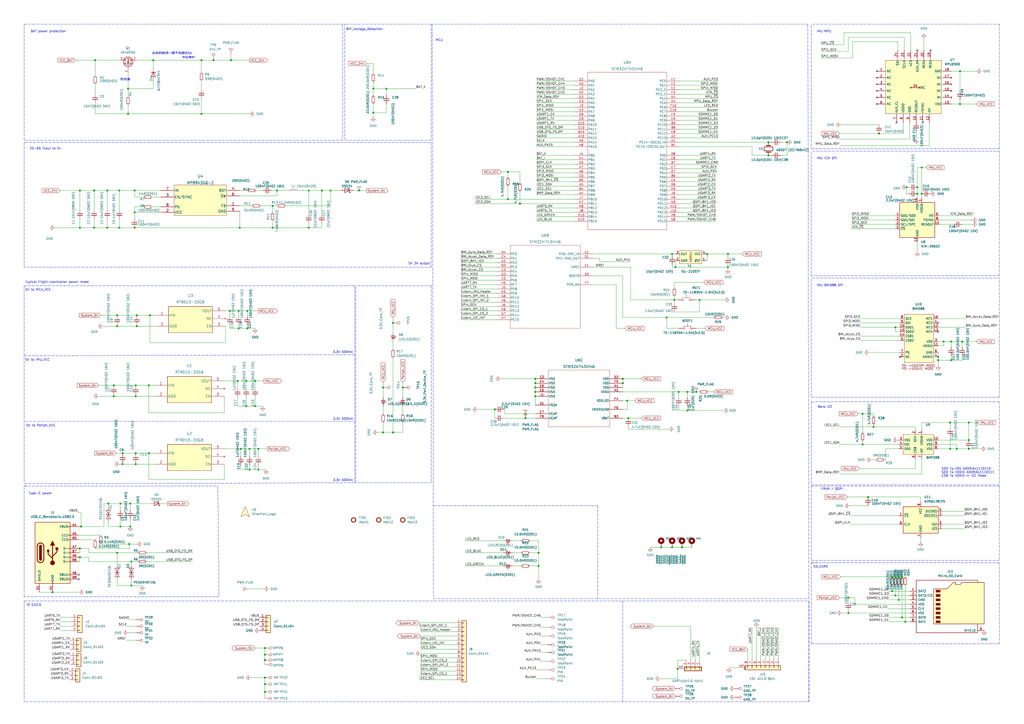
<source format=kicad_sch>
(kicad_sch (version 20211123) (generator eeschema)
  (paper "A2")
  (title_block (title "NxtPX4") (date "2022-12-27") (rev "V1.0") (company "HKUST Khalil"))
  (lib_symbols
    (symbol "Connector:Micro_SD_Card" (pin_names (offset 1.016))
      (property "Reference" "J" (at -16.51 15.24 0))
      (property "Value" "Micro_SD_Card" (at 16.51 15.24 0))
      (symbol "Micro_SD_Card_1_1"
        (pin bidirectional line (at -22.86 7.62 0) (length 3.81) (name "DAT2") (number "1"))
        (pin bidirectional line (at -22.86 5.08 0) (length 3.81) (name "DAT3/CD") (number "2"))
        (pin input line (at -22.86 2.54 0) (length 3.81) (name "CMD") (number "3"))
        (pin power_in line (at -22.86 0 0) (length 3.81) (name "VDD") (number "4"))
        (pin input line (at -22.86 -2.54 0) (length 3.81) (name "CLK") (number "5"))
        (pin power_in line (at -22.86 -5.08 0) (length 3.81) (name "VSS") (number "6"))
        (pin bidirectional line (at -22.86 -7.62 0) (length 3.81) (name "DAT0") (number "7"))
        (pin bidirectional line (at -22.86 -10.16 0) (length 3.81) (name "DAT1") (number "8"))
        (pin passive line (at 20.32 -15.24 180) (length 3.81) (name "SHIELD") (number "9"))
      )
    )
    (symbol "Connector:TestPoint" (pin_numbers hide) (pin_names (offset 0.762) hide)
      (property "Reference" "TP" (at 0 6.858 0))
      (property "Value" "TestPoint" (at 0 5.08 0))
      (symbol "TestPoint_1_1"
        (pin passive line (at 0 0 90) (length 2.54) (name "1") (number "1"))
      )
    )
    (symbol "Connector:USB_C_Receptacle_USB2.0" (pin_names (offset 1.016))
      (property "Reference" "J" (at -10.16 19.05 0))
      (property "Value" "USB_C_Receptacle_USB2.0" (at 19.05 19.05 0))
      (symbol "USB_C_Receptacle_USB2.0_1_1"
        (pin passive line (at 0 -22.86 90) (length 5.08) (name "GND") (number "A1"))
        (pin passive line (at 0 -22.86 90) (length 5.08) hide (name "GND") (number "A12"))
        (pin passive line (at 15.24 15.24 180) (length 5.08) (name "VBUS") (number "A4"))
        (pin bidirectional line (at 15.24 10.16 180) (length 5.08) (name "CC1") (number "A5"))
        (pin bidirectional line (at 15.24 -2.54 180) (length 5.08) (name "D+") (number "A6"))
        (pin bidirectional line (at 15.24 2.54 180) (length 5.08) (name "D-") (number "A7"))
        (pin bidirectional line (at 15.24 -12.7 180) (length 5.08) (name "SBU1") (number "A8"))
        (pin passive line (at 15.24 15.24 180) (length 5.08) hide (name "VBUS") (number "A9"))
        (pin passive line (at 0 -22.86 90) (length 5.08) hide (name "GND") (number "B1"))
        (pin passive line (at 0 -22.86 90) (length 5.08) hide (name "GND") (number "B12"))
        (pin passive line (at 15.24 15.24 180) (length 5.08) hide (name "VBUS") (number "B4"))
        (pin bidirectional line (at 15.24 7.62 180) (length 5.08) (name "CC2") (number "B5"))
        (pin bidirectional line (at 15.24 -5.08 180) (length 5.08) (name "D+") (number "B6"))
        (pin bidirectional line (at 15.24 0 180) (length 5.08) (name "D-") (number "B7"))
        (pin bidirectional line (at 15.24 -15.24 180) (length 5.08) (name "SBU2") (number "B8"))
        (pin passive line (at 15.24 15.24 180) (length 5.08) hide (name "VBUS") (number "B9"))
        (pin passive line (at -7.62 -22.86 90) (length 5.08) (name "SHIELD") (number "S1"))
      )
    )
    (symbol "Connector_Generic:Conn_01x03" (pin_names (offset 1.016) hide)
      (property "Reference" "J" (at 0 5.08 0))
      (property "Value" "Conn_01x03" (at 0 -5.08 0))
      (symbol "Conn_01x03_1_1"
        (pin passive line (at -5.08 2.54 0) (length 3.81) (name "Pin_1") (number "1"))
        (pin passive line (at -5.08 0 0) (length 3.81) (name "Pin_2") (number "2"))
        (pin passive line (at -5.08 -2.54 0) (length 3.81) (name "Pin_3") (number "3"))
      )
    )
    (symbol "Connector_Generic:Conn_01x04" (pin_names (offset 1.016) hide)
      (property "Reference" "J" (at 0 5.08 0))
      (property "Value" "Conn_01x04" (at 0 -7.62 0))
      (symbol "Conn_01x04_1_1"
        (pin passive line (at -5.08 2.54 0) (length 3.81) (name "Pin_1") (number "1"))
        (pin passive line (at -5.08 0 0) (length 3.81) (name "Pin_2") (number "2"))
        (pin passive line (at -5.08 -2.54 0) (length 3.81) (name "Pin_3") (number "3"))
        (pin passive line (at -5.08 -5.08 0) (length 3.81) (name "Pin_4") (number "4"))
      )
    )
    (symbol "Connector_Generic:Conn_01x14" (pin_names (offset 1.016) hide)
      (property "Reference" "J" (at 0 17.78 0))
      (property "Value" "Conn_01x14" (at 0 -20.32 0))
      (symbol "Conn_01x14_1_1"
        (pin passive line (at -5.08 15.24 0) (length 3.81) (name "Pin_1") (number "1"))
        (pin passive line (at -5.08 -7.62 0) (length 3.81) (name "Pin_10") (number "10"))
        (pin passive line (at -5.08 -10.16 0) (length 3.81) (name "Pin_11") (number "11"))
        (pin passive line (at -5.08 -12.7 0) (length 3.81) (name "Pin_12") (number "12"))
        (pin passive line (at -5.08 -15.24 0) (length 3.81) (name "Pin_13") (number "13"))
        (pin passive line (at -5.08 -17.78 0) (length 3.81) (name "Pin_14") (number "14"))
        (pin passive line (at -5.08 12.7 0) (length 3.81) (name "Pin_2") (number "2"))
        (pin passive line (at -5.08 10.16 0) (length 3.81) (name "Pin_3") (number "3"))
        (pin passive line (at -5.08 7.62 0) (length 3.81) (name "Pin_4") (number "4"))
        (pin passive line (at -5.08 5.08 0) (length 3.81) (name "Pin_5") (number "5"))
        (pin passive line (at -5.08 2.54 0) (length 3.81) (name "Pin_6") (number "6"))
        (pin passive line (at -5.08 0 0) (length 3.81) (name "Pin_7") (number "7"))
        (pin passive line (at -5.08 -2.54 0) (length 3.81) (name "Pin_8") (number "8"))
        (pin passive line (at -5.08 -5.08 0) (length 3.81) (name "Pin_9") (number "9"))
      )
    )
    (symbol "Connector_Generic_MountingPin:Conn_01x08_MountingPin" (pin_names (offset 1.016) hide)
      (property "Reference" "J" (at 0 10.16 0))
      (property "Value" "Conn_01x08_MountingPin" (at 1.27 -12.7 0))
      (symbol "Conn_01x08_MountingPin_1_1"
        (text "Mounting" (at 0 -11.811 0) (effects (font (size 0.381 0.381))))
        (pin passive line (at -5.08 7.62 0) (length 3.81) (name "Pin_1") (number "1"))
        (pin passive line (at -5.08 5.08 0) (length 3.81) (name "Pin_2") (number "2"))
        (pin passive line (at -5.08 2.54 0) (length 3.81) (name "Pin_3") (number "3"))
        (pin passive line (at -5.08 0 0) (length 3.81) (name "Pin_4") (number "4"))
        (pin passive line (at -5.08 -2.54 0) (length 3.81) (name "Pin_5") (number "5"))
        (pin passive line (at -5.08 -5.08 0) (length 3.81) (name "Pin_6") (number "6"))
        (pin passive line (at -5.08 -7.62 0) (length 3.81) (name "Pin_7") (number "7"))
        (pin passive line (at -5.08 -10.16 0) (length 3.81) (name "Pin_8") (number "8"))
        (pin passive line (at 0 -15.24 90) (length 3.048) (name "MountPin") (number "MP"))
      )
    )
    (symbol "Connector_Generic_Shielded:Conn_01x04_Shielded" (pin_names (offset 1.016) hide)
      (property "Reference" "J9" (at -8.89 7.62 90))
      (property "Value" "UART4(sh1.0 4pin)" (at 6.985 -4.445 90))
      (symbol "Conn_01x04_Shielded_1_1"
        (pin passive line (at -5.08 2.54 0) (length 4.064) (name "Pin_1") (number "1"))
        (pin passive line (at -5.08 0 0) (length 4.064) (name "Pin_2") (number "2"))
        (pin passive line (at -5.08 -2.54 0) (length 4.064) (name "Pin_3") (number "3"))
        (pin passive line (at -5.08 -5.08 0) (length 4.064) (name "Pin_4") (number "4"))
        (pin passive line (at 0 -10.16 90) (length 3.81) (name "Shield") (number "MP"))
      )
    )
    (symbol "Device:C_Small" (pin_numbers hide) (pin_names (offset 0.254) hide)
      (property "Reference" "C" (at 0.254 1.778 0))
      (property "Value" "C_Small" (at 0.254 -2.032 0))
      (symbol "C_Small_1_1"
        (pin passive line (at 0 2.54 270) (length 2.032) (name "~") (number "1"))
        (pin passive line (at 0 -2.54 90) (length 2.032) (name "~") (number "2"))
      )
    )
    (symbol "Device:D_Schottky" (pin_numbers hide) (pin_names (offset 1.016) hide)
      (property "Reference" "D" (at 0 2.54 0))
      (property "Value" "D_Schottky" (at 0 -2.54 0))
      (symbol "D_Schottky_1_1"
        (pin passive line (at -3.81 0 0) (length 2.54) (name "K") (number "1"))
        (pin passive line (at 3.81 0 180) (length 2.54) (name "A") (number "2"))
      )
    )
    (symbol "Device:D_Zener" (pin_numbers hide) (pin_names (offset 1.016) hide)
      (property "Reference" "D" (at 0 2.54 0))
      (property "Value" "D_Zener" (at 0 -2.54 0))
      (symbol "D_Zener_1_1"
        (pin passive line (at -3.81 0 0) (length 2.54) (name "K") (number "1"))
        (pin passive line (at 3.81 0 180) (length 2.54) (name "A") (number "2"))
      )
    )
    (symbol "Device:LED_Small" (pin_numbers hide) (pin_names (offset 0.254) hide)
      (property "Reference" "D" (at -1.27 3.175 0))
      (property "Value" "LED_Small" (at -4.445 -2.54 0))
      (symbol "LED_Small_1_1"
        (pin passive line (at -2.54 0 0) (length 1.778) (name "K") (number "1"))
        (pin passive line (at 2.54 0 180) (length 1.778) (name "A") (number "2"))
      )
    )
    (symbol "Device:L_Small" (pin_numbers hide) (pin_names (offset 0.254) hide)
      (property "Reference" "L" (at 0.762 1.016 0))
      (property "Value" "L_Small" (at 0.762 -1.016 0))
      (symbol "L_Small_1_1"
        (pin passive line (at 0 2.54 270) (length 0.508) (name "~") (number "1"))
        (pin passive line (at 0 -2.54 90) (length 0.508) (name "~") (number "2"))
      )
    )
    (symbol "Device:Q_PMOS_GSD" (pin_names (offset 0) hide)
      (property "Reference" "Q" (at 5.08 1.27 0))
      (property "Value" "Q_PMOS_GSD" (at 5.08 -1.27 0))
      (symbol "Q_PMOS_GSD_1_1"
        (pin input line (at -5.08 0 0) (length 2.54) (name "G") (number "1"))
        (pin passive line (at 2.54 -5.08 90) (length 2.54) (name "S") (number "2"))
        (pin passive line (at 2.54 5.08 270) (length 2.54) (name "D") (number "3"))
      )
    )
    (symbol "Device:R_Small" (pin_numbers hide) (pin_names (offset 0.254) hide)
      (property "Reference" "R" (at 0.762 0.508 0))
      (property "Value" "R_Small" (at 0.762 -1.016 0))
      (symbol "R_Small_1_1"
        (pin passive line (at 0 2.54 270) (length 0.762) (name "~") (number "1"))
        (pin passive line (at 0 -2.54 90) (length 0.762) (name "~") (number "2"))
      )
    )
    (symbol "Diode:ESD9B5.0ST5G" (pin_numbers hide) (pin_names (offset 1.016) hide)
      (property "Reference" "D" (at 0 2.54 0))
      (property "Value" "ESD9B5.0ST5G" (at 0 -2.54 0))
      (symbol "ESD9B5.0ST5G_1_1"
        (pin passive line (at -3.81 0 0) (length 2.54) (name "A1") (number "1"))
        (pin passive line (at 3.81 0 180) (length 2.54) (name "A2") (number "2"))
      )
    )
    (symbol "Mechanical:Fiducial"
      (property "Reference" "FID" (at 0 5.08 0))
      (property "Value" "Fiducial" (at 0 3.175 0))
    )
    (symbol "Mechanical:MountingHole_Pad" (pin_numbers hide) (pin_names (offset 1.016) hide)
      (property "Reference" "H" (at 0 6.35 0))
      (property "Value" "MountingHole_Pad" (at 0 4.445 0))
      (symbol "MountingHole_Pad_1_1"
        (pin input line (at 0 -2.54 90) (length 2.54) (name "1") (number "1"))
      )
    )
    (symbol "Memory_Flash:W25Q128JVS"
      (property "Reference" "U" (at -8.89 8.89 0))
      (property "Value" "W25Q128JVS" (at 7.62 8.89 0))
      (symbol "W25Q128JVS_1_1"
        (pin input line (at -12.7 2.54 0) (length 2.54) (name "~{CS}") (number "1"))
        (pin bidirectional line (at 12.7 2.54 180) (length 2.54) (name "DO(IO1)") (number "2"))
        (pin bidirectional line (at 12.7 -2.54 180) (length 2.54) (name "IO2") (number "3"))
        (pin power_in line (at 0 -10.16 90) (length 2.54) (name "GND") (number "4"))
        (pin bidirectional line (at 12.7 5.08 180) (length 2.54) (name "DI(IO0)") (number "5"))
        (pin input line (at -12.7 -2.54 0) (length 2.54) (name "CLK") (number "6"))
        (pin bidirectional line (at 12.7 -5.08 180) (length 2.54) (name "IO3") (number "7"))
        (pin power_in line (at 0 10.16 270) (length 2.54) (name "VCC") (number "8"))
      )
    )
    (symbol "NxtPX4_Symbol:BMI088"
      (property "Reference" "U" (at -0.635 0 0))
      (property "Value" "BMI088" (at -0.635 15.875 0))
      (symbol "BMI088_0_0"
        (text "PS->GND:SPI MODE" (at -0.635 -16.51 0) (effects (font (size 1.27 1.27))))
        (text "PS->VDD:IIC MODE" (at -1.016 -18.288 0) (effects (font (size 1.27 1.27))))
      )
      (symbol "BMI088_1_1"
        (pin output line (at 10.795 8.255 180) (length 2.54) (name "INT2") (number "1"))
        (pin bidirectional line (at -11.43 3.175 0) (length 2.54) (name "SDO2") (number "10"))
        (pin input line (at 10.795 -5.08 180) (length 2.54) (name "VDDIO") (number "11"))
        (pin output line (at 10.795 5.715 180) (length 2.54) (name "INT3") (number "12"))
        (pin output line (at 10.795 3.175 180) (length 2.54) (name "INT4") (number "13"))
        (pin input line (at -11.43 0.635 0) (length 2.54) (name "CSB1") (number "14"))
        (pin bidirectional line (at -11.43 5.715 0) (length 2.54) (name "SDO1") (number "15"))
        (pin output line (at 10.795 10.795 180) (length 2.54) (name "INT1") (number "16"))
        (pin no_connect line (at -11.43 -11.43 0) (length 2.54) (name "NC") (number "2"))
        (pin input line (at 10.795 -2.54 180) (length 2.54) (name "VDD") (number "3"))
        (pin input line (at 10.795 -11.43 180) (length 2.54) (name "GNDIO") (number "4"))
        (pin input line (at -11.43 -1.905 0) (length 2.54) (name "CSB2") (number "5"))
        (pin input line (at 10.795 -8.89 180) (length 2.54) (name "GND") (number "6"))
        (pin input line (at -11.43 -8.89 0) (length 2.54) (name "PS") (number "7"))
        (pin input line (at -11.43 10.795 0) (length 2.54) (name "SCK") (number "8"))
        (pin bidirectional line (at -11.43 8.255 0) (length 2.54) (name "SDI") (number "9"))
      )
    )
    (symbol "NxtPX4_Symbol:BMP388"
      (property "Reference" "U" (at -0.254 -2.286 0))
      (property "Value" "BMP388" (at -10.668 7.366 0))
      (symbol "BMP388_1_1"
        (pin input line (at 1.905 5.715 270) (length 2.54) (name "VDDIO") (number "1"))
        (pin input line (at 11.43 0 180) (length 2.54) (name "VDD") (number "10"))
        (pin input line (at -1.905 5.715 270) (length 2.54) (name "SCK") (number "2"))
        (pin input line (at -11.43 0 0) (length 2.54) (name "VSS") (number "3"))
        (pin bidirectional line (at -11.43 -2.54 0) (length 2.54) (name "SDI") (number "4"))
        (pin bidirectional line (at -11.43 -5.08 0) (length 2.54) (name "SDO") (number "5"))
        (pin input line (at -1.905 -10.795 90) (length 2.54) (name "CSB") (number "6"))
        (pin bidirectional line (at 1.905 -10.795 90) (length 2.54) (name "INT") (number "7"))
        (pin input line (at 11.43 -5.08 180) (length 2.54) (name "VSS") (number "8"))
        (pin input line (at 11.43 -2.54 180) (length 2.54) (name "VSS") (number "9"))
      )
    )
    (symbol "NxtPX4_Symbol:Direction_Logo"
      (property "Reference" "U" (at 0 0 0))
      (property "Value" "Direction_Logo" (at 0 3.81 0))
    )
    (symbol "NxtPX4_Symbol:LSE-Oscillator" (pin_numbers hide) (pin_names (offset 1.016) hide)
      (property "Reference" "Y?" (at -3.3274 -1.1684 90))
      (property "Value" "LSE-Oscillator" (at 10.16 -5.08 0))
      (symbol "LSE-Oscillator_1_1"
        (pin passive line (at -3.81 0 0) (length 1.27) (name "1") (number "1"))
        (pin passive line (at 3.81 0 180) (length 1.27) (name "2") (number "2"))
      )
    )
    (symbol "NxtPX4_Symbol:MP9943GQ-Z" (pin_names (offset 0.254))
      (property "Reference" "U" (at 22.86 10.16 0))
      (property "Value" "MP9943GQ-Z" (at 22.86 7.62 0))
      (property "Datasheet" "https://www.monolithicpower.cn/cn/documentview/productdocument/index/version/2/document_type/Datasheet/lang/en/sku/MP9943GQ-Z/document_id/865/" (at 0 0 0))
      (symbol "MP9943GQ-Z_1_1"
        (pin output line (at 45.72 -6.985 180) (length 7.62) (name "FB") (number "1"))
        (pin power_out line (at 0 -10.795 0) (length 7.62) (name "VCC") (number "2"))
        (pin input line (at 0 -1.905 0) (length 7.62) (name "EN/SYNC") (number "3"))
        (pin input line (at 45.72 1.905 180) (length 7.62) (name "BST") (number "4"))
        (pin power_in line (at 45.72 -10.16 180) (length 7.62) (name "GND") (number "5"))
        (pin output line (at 45.72 -1.27 180) (length 7.62) (name "SW") (number "6"))
        (pin input line (at 0 1.905 0) (length 7.62) (name "IN") (number "7"))
        (pin output line (at 0 -7.62 0) (length 7.62) (name "PG") (number "8"))
      )
    )
    (symbol "NxtPX4_Symbol:MPU6500"
      (property "Reference" "U" (at -10.795 22.225 0))
      (property "Value" "MPU6500" (at -0.635 4.445 0))
      (property "Footprint" "Package_DFN_QFN:QFN-24-1EP_3x3mm_P0.4mm_EP1.75x1.6mm" (at -5.08 26.67 0))
      (symbol "MPU6500_1_1"
        (pin no_connect line (at -21.59 9.525 0) (length 5.08) (name "NC") (number "1"))
        (pin input line (at 1.27 -20.32 90) (length 5.08) (name "REGOUT") (number "10"))
        (pin input line (at 5.08 -20.32 90) (length 5.08) (name "FSYNC") (number "11"))
        (pin output line (at 8.89 -20.32 90) (length 5.08) (name "INT") (number "12"))
        (pin input line (at 21.59 -9.525 180) (length 5.08) (name "VDD") (number "13"))
        (pin no_connect line (at 21.59 -5.715 180) (length 5.08) (name "NC") (number "14"))
        (pin no_connect line (at 21.59 -1.905 180) (length 5.08) (name "NC") (number "15"))
        (pin no_connect line (at 21.59 1.905 180) (length 5.08) (name "NC") (number "16"))
        (pin no_connect line (at 21.59 5.715 180) (length 5.08) (name "NC") (number "17"))
        (pin input line (at 21.59 9.525 180) (length 5.08) (name "GND") (number "18"))
        (pin input line (at 9.525 21.59 270) (length 5.08) (name "RESV") (number "19"))
        (pin no_connect line (at -21.59 5.715 0) (length 5.08) (name "NC") (number "2"))
        (pin input line (at 5.715 21.59 270) (length 5.08) (name "RESV") (number "20"))
        (pin input line (at 1.905 21.59 270) (length 5.08) (name "AUX_DA") (number "21"))
        (pin input line (at -1.905 21.59 270) (length 5.08) (name "nCS") (number "22"))
        (pin input line (at -5.715 21.59 270) (length 5.08) (name "SCLK") (number "23"))
        (pin input line (at -9.525 21.59 270) (length 5.08) (name "SDI") (number "24"))
        (pin no_connect non_logic (at -1.905 0 0) (length 5.08) (name "NC") (number "25"))
        (pin no_connect line (at -21.59 1.905 0) (length 5.08) (name "NC") (number "3"))
        (pin no_connect line (at -21.59 -1.905 0) (length 5.08) (name "NC") (number "4"))
        (pin no_connect line (at -21.59 -5.715 0) (length 5.08) (name "NC") (number "5"))
        (pin no_connect line (at -21.59 -9.525 0) (length 5.08) (name "NC") (number "6"))
        (pin input line (at -10.16 -20.32 90) (length 5.08) (name "AUX_CL") (number "7"))
        (pin input line (at -6.35 -20.32 90) (length 5.08) (name "VDDIO") (number "8"))
        (pin output line (at -2.54 -20.32 90) (length 5.08) (name "SDO") (number "9"))
      )
    )
    (symbol "NxtPX4_Symbol:RT9013-33GB" (pin_names (offset 0.254))
      (property "Reference" "U" (at 20.32 10.16 0))
      (property "Value" "RT9013-33GB" (at 20.32 7.62 0))
      (symbol "RT9013-33GB_1_1"
        (pin power_in line (at 0 0 0) (length 7.62) (name "VIN") (number "1"))
        (pin power_in line (at 0 -6.35 0) (length 7.62) (name "GND") (number "2"))
        (pin input line (at 40.64 -6.35 180) (length 7.62) (name "EN") (number "3"))
        (pin no_connect line (at 40.64 -1.905 180) (length 7.62) (name "NC") (number "4"))
        (pin power_out line (at 40.64 2.54 180) (length 7.62) (name "VOUT") (number "5"))
      )
    )
    (symbol "NxtPX4_Symbol:SG-210STF"
      (property "Reference" "Y?" (at 0 0 0))
      (property "Value" "SG-210STF" (at 0.508 5.842 0))
      (symbol "SG-210STF_0_0"
        (text "16MHz" (at 0 0 900) (effects (font (size 1.27 1.27))))
      )
      (symbol "SG-210STF_1_1"
        (pin input line (at -8.89 -1.905 0) (length 2.54) (name "#ST") (number "1"))
        (pin input line (at 8.89 -1.905 180) (length 2.54) (name "GND") (number "2"))
        (pin input line (at 8.89 1.905 180) (length 2.54) (name "OUT") (number "3"))
        (pin input line (at -8.89 1.905 0) (length 2.54) (name "VCC") (number "4"))
      )
    )
    (symbol "NxtPX4_Symbol:STM32H743VIH6" (pin_names (offset 0.254))
      (property "Reference" "U" (at 30.48 10.16 0))
      (property "Value" "STM32H743VIH6" (at 30.48 7.62 0))
      (symbol "STM32H743VIH6_1_1"
        (pin bidirectional line (at 60.96 -35.56 180) (length 7.62) (name "PC14-OSC32_IN") (number "A1"))
        (pin bidirectional line (at 0 -33.02 0) (length 7.62) (name "PA13") (number "A10"))
        (pin bidirectional line (at 60.96 -33.02 180) (length 7.62) (name "PC13") (number "A2"))
        (pin bidirectional line (at 0 -66.04 0) (length 7.62) (name "PB9") (number "A4"))
        (pin bidirectional line (at 0 -60.96 0) (length 7.62) (name "PB7") (number "A5"))
        (pin bidirectional line (at 0 -53.34 0) (length 7.62) (name "PB4") (number "A6"))
        (pin bidirectional line (at 0 -50.8 0) (length 7.62) (name "PB3") (number "A7"))
        (pin bidirectional line (at 0 -38.1 0) (length 7.62) (name "PA15") (number "A8"))
        (pin bidirectional line (at 0 -35.56 0) (length 7.62) (name "PA14") (number "A9"))
        (pin bidirectional line (at 60.96 -38.1 180) (length 7.62) (name "PC15-OSC32_OUT") (number "B1"))
        (pin bidirectional line (at 0 -30.48 0) (length 7.62) (name "PA12") (number "B10"))
        (pin bidirectional line (at 0 -63.5 0) (length 7.62) (name "PB8") (number "B4"))
        (pin bidirectional line (at 0 -58.42 0) (length 7.62) (name "PB6") (number "B5"))
        (pin bidirectional line (at 60.96 -55.88 180) (length 7.62) (name "PD5") (number "B6"))
        (pin bidirectional line (at 60.96 -48.26 180) (length 7.62) (name "PD2") (number "B7"))
        (pin bidirectional line (at 60.96 -27.94 180) (length 7.62) (name "PC11") (number "B8"))
        (pin bidirectional line (at 60.96 -25.4 180) (length 7.62) (name "PC10") (number "B9"))
        (pin bidirectional line (at 0 -27.94 0) (length 7.62) (name "PA11") (number "C10"))
        (pin bidirectional line (at 0 -55.88 0) (length 7.62) (name "PB5") (number "C5"))
        (pin bidirectional line (at 60.96 -58.42 180) (length 7.62) (name "PD6") (number "C6"))
        (pin bidirectional line (at 60.96 -50.8 180) (length 7.62) (name "PD3") (number "C7"))
        (pin bidirectional line (at 60.96 -30.48 180) (length 7.62) (name "PC12") (number "C8"))
        (pin bidirectional line (at 0 -22.86 0) (length 7.62) (name "PA9") (number "C9"))
        (pin bidirectional line (at 0 -25.4 0) (length 7.62) (name "PA10") (number "D10"))
        (pin bidirectional line (at 60.96 -60.96 180) (length 7.62) (name "PD7") (number "D6"))
        (pin bidirectional line (at 60.96 -53.34 180) (length 7.62) (name "PD4") (number "D7"))
        (pin bidirectional line (at 60.96 -43.18 180) (length 7.62) (name "PD0") (number "D8"))
        (pin bidirectional line (at 0 -20.32 0) (length 7.62) (name "PA8") (number "D9"))
        (pin bidirectional line (at 60.96 -17.78 180) (length 7.62) (name "PC7") (number "E10"))
        (pin bidirectional line (at 60.96 -5.08 180) (length 7.62) (name "PC2_C") (number "E2"))
        (pin bidirectional line (at 60.96 -45.72 180) (length 7.62) (name "PD1") (number "E8"))
        (pin bidirectional line (at 60.96 -22.86 180) (length 7.62) (name "PC9") (number "E9"))
        (pin bidirectional line (at 60.96 0 180) (length 7.62) (name "PC0") (number "F1"))
        (pin bidirectional line (at 60.96 -15.24 180) (length 7.62) (name "PC6") (number "F10"))
        (pin bidirectional line (at 60.96 -2.54 180) (length 7.62) (name "PC1") (number "F2"))
        (pin bidirectional line (at 60.96 -7.62 180) (length 7.62) (name "PC3_C") (number "F3"))
        (pin bidirectional line (at 60.96 -20.32 180) (length 7.62) (name "PC8") (number "F9"))
        (pin bidirectional line (at 0 -81.28 0) (length 7.62) (name "PB15") (number "G10"))
        (pin bidirectional line (at 0 0 0) (length 7.62) (name "PA0") (number "G2"))
        (pin bidirectional line (at 0 -10.16 0) (length 7.62) (name "PA4") (number "G3"))
        (pin bidirectional line (at 60.96 -10.16 180) (length 7.62) (name "PC4") (number "G4"))
        (pin bidirectional line (at 0 -48.26 0) (length 7.62) (name "PB2") (number "G5"))
        (pin bidirectional line (at 60.96 -81.28 180) (length 7.62) (name "PD15") (number "G8"))
        (pin bidirectional line (at 60.96 -71.12 180) (length 7.62) (name "PD11") (number "G9"))
        (pin bidirectional line (at 0 -78.74 0) (length 7.62) (name "PB14") (number "H10"))
        (pin bidirectional line (at 0 -2.54 0) (length 7.62) (name "PA1") (number "H2"))
        (pin bidirectional line (at 0 -12.7 0) (length 7.62) (name "PA5") (number "H3"))
        (pin bidirectional line (at 60.96 -12.7 180) (length 7.62) (name "PC5") (number "H4"))
        (pin bidirectional line (at 60.96 -78.74 180) (length 7.62) (name "PD14") (number "H8"))
        (pin bidirectional line (at 60.96 -68.58 180) (length 7.62) (name "PD10") (number "H9"))
        (pin bidirectional line (at 60.96 -76.2 180) (length 7.62) (name "PD13") (number "J10"))
        (pin bidirectional line (at 0 -5.08 0) (length 7.62) (name "PA2") (number "J2"))
        (pin bidirectional line (at 0 -15.24 0) (length 7.62) (name "PA6") (number "J3"))
        (pin bidirectional line (at 0 -43.18 0) (length 7.62) (name "PB0") (number "J4"))
        (pin bidirectional line (at 0 -68.58 0) (length 7.62) (name "PB10") (number "J7"))
        (pin bidirectional line (at 0 -76.2 0) (length 7.62) (name "PB13") (number "J8"))
        (pin bidirectional line (at 60.96 -66.04 180) (length 7.62) (name "PD9") (number "J9"))
        (pin bidirectional line (at 60.96 -73.66 180) (length 7.62) (name "PD12") (number "K10"))
        (pin bidirectional line (at 0 -7.62 0) (length 7.62) (name "PA3") (number "K2"))
        (pin bidirectional line (at 0 -17.78 0) (length 7.62) (name "PA7") (number "K3"))
        (pin bidirectional line (at 0 -45.72 0) (length 7.62) (name "PB1") (number "K4"))
        (pin bidirectional line (at 0 -71.12 0) (length 7.62) (name "PB11") (number "K7"))
        (pin bidirectional line (at 0 -73.66 0) (length 7.62) (name "PB12") (number "K8"))
        (pin bidirectional line (at 60.96 -63.5 180) (length 7.62) (name "PD8") (number "K9"))
      )
      (symbol "STM32H743VIH6_2_1"
        (pin bidirectional line (at 0 -5.08 0) (length 7.62) (name "PE2") (number "A3"))
        (pin bidirectional line (at 0 -7.62 0) (length 7.62) (name "PE3") (number "B3"))
        (pin bidirectional line (at 55.88 0 180) (length 7.62) (name "PH0-OSC_IN") (number "C1"))
        (pin bidirectional line (at 0 -10.16 0) (length 7.62) (name "PE4") (number "C3"))
        (pin bidirectional line (at 0 -2.54 0) (length 7.62) (name "PE1") (number "C4"))
        (pin bidirectional line (at 55.88 -2.54 180) (length 7.62) (name "PH1-OSC_OUT") (number "D1"))
        (pin bidirectional line (at 0 -12.7 0) (length 7.62) (name "PE5") (number "D3"))
        (pin bidirectional line (at 0 0 0) (length 7.62) (name "PE0") (number "D4"))
        (pin input line (at 55.88 -12.7 180) (length 7.62) (name "BOOT0") (number "D5"))
        (pin bidirectional line (at 55.88 -7.62 180) (length 7.62) (name "NRST") (number "E1"))
        (pin bidirectional line (at 0 -15.24 0) (length 7.62) (name "PE6") (number "E3"))
        (pin bidirectional line (at 55.88 -17.78 180) (length 7.62) (name "PDR_ON") (number "F7"))
        (pin bidirectional line (at 0 -25.4 0) (length 7.62) (name "PE10") (number "G6"))
        (pin bidirectional line (at 0 -35.56 0) (length 7.62) (name "PE14") (number "G7"))
        (pin bidirectional line (at 0 -17.78 0) (length 7.62) (name "PE7") (number "H5"))
        (pin bidirectional line (at 0 -27.94 0) (length 7.62) (name "PE11") (number "H6"))
        (pin bidirectional line (at 0 -38.1 0) (length 7.62) (name "PE15") (number "H7"))
        (pin bidirectional line (at 0 -20.32 0) (length 7.62) (name "PE8") (number "J5"))
        (pin bidirectional line (at 0 -30.48 0) (length 7.62) (name "PE12") (number "J6"))
        (pin bidirectional line (at 0 -22.86 0) (length 7.62) (name "PE9") (number "K5"))
        (pin bidirectional line (at 0 -33.02 0) (length 7.62) (name "PE13") (number "K6"))
      )
      (symbol "STM32H743VIH6_3_1"
        (pin power_in line (at 50.8 -22.86 180) (length 7.62) (name "VBAT") (number "B2"))
        (pin power_in line (at 0 0 0) (length 7.62) (name "VSS") (number "C2"))
        (pin power_in line (at 50.8 0 180) (length 7.62) (name "VDD") (number "D2"))
        (pin power_in line (at 0 -2.54 0) (length 7.62) (name "VSS") (number "E4"))
        (pin power_in line (at 0 -5.08 0) (length 7.62) (name "VSS") (number "E5"))
        (pin power_in line (at 0 -7.62 0) (length 7.62) (name "VSS") (number "E6"))
        (pin power_in line (at 0 -20.32 0) (length 7.62) (name "VCAP") (number "E7"))
        (pin power_in line (at 50.8 -12.7 180) (length 7.62) (name "VDDLDO") (number "F4"))
        (pin power_in line (at 50.8 -2.54 180) (length 7.62) (name "VDD") (number "F5"))
        (pin power_in line (at 50.8 -17.78 180) (length 7.62) (name "VDD33USB") (number "F6"))
        (pin power_in line (at 0 -22.86 0) (length 7.62) (name "VCAP") (number "F8"))
        (pin power_in line (at 0 -15.24 0) (length 7.62) (name "VSSA") (number "G1"))
        (pin power_in line (at 50.8 -7.62 180) (length 7.62) (name "VDDA") (number "H1"))
        (pin power_in line (at 0 -10.16 0) (length 7.62) (name "VSS") (number "J1"))
        (pin power_in line (at 50.8 -5.08 180) (length 7.62) (name "VDD") (number "K1"))
      )
    )
    (symbol "Sensor_Motion:ICM-20602"
      (property "Reference" "U" (at -10.16 11.43 0))
      (property "Value" "ICM-20602" (at 10.16 11.43 0))
      (symbol "ICM-20602_1_1"
        (pin power_in line (at 2.54 12.7 270) (length 2.54) (name "VDDIO") (number "1"))
        (pin passive line (at 0 -12.7 90) (length 2.54) hide (name "GND") (number "10"))
        (pin passive line (at 0 -12.7 90) (length 2.54) hide (name "GND") (number "11"))
        (pin passive line (at 0 -12.7 90) (length 2.54) hide (name "GND") (number "12"))
        (pin power_in line (at 0 -12.7 90) (length 2.54) (name "GND") (number "13"))
        (pin passive line (at 12.7 -2.54 180) (length 2.54) (name "REGOUT") (number "14"))
        (pin passive line (at 0 -12.7 90) (length 2.54) hide (name "GND") (number "15"))
        (pin power_in line (at 0 12.7 270) (length 2.54) (name "VDD") (number "16"))
        (pin input line (at -12.7 -2.54 0) (length 2.54) (name "SCL/SPC") (number "2"))
        (pin bidirectional line (at -12.7 0 0) (length 2.54) (name "SDA/SDI") (number "3"))
        (pin bidirectional line (at -12.7 2.54 0) (length 2.54) (name "SAO/SD0") (number "4"))
        (pin input line (at -12.7 -5.08 0) (length 2.54) (name "~{CS}") (number "5"))
        (pin output line (at 12.7 2.54 180) (length 2.54) (name "INT") (number "6"))
        (pin no_connect line (at -10.16 5.08 0) (length 2.54) hide (name "RESV") (number "7"))
        (pin input line (at 12.7 0 180) (length 2.54) (name "FSYNC") (number "8"))
        (pin passive line (at 0 -12.7 90) (length 2.54) hide (name "GND") (number "9"))
      )
    )
    (symbol "Switch:SW_Push" (pin_numbers hide) (pin_names (offset 1.016) hide)
      (property "Reference" "SW" (at 1.27 2.54 0))
      (property "Value" "SW_Push" (at 0 -1.524 0))
      (symbol "SW_Push_0_1"
        (pin passive line (at -5.08 0 0) (length 2.54) (name "1") (number "1"))
        (pin passive line (at 5.08 0 180) (length 2.54) (name "2") (number "2"))
      )
    )
    (symbol "power:GND" (power) (pin_names (offset 0))
      (property "Value" "GND" (at 0 -3.81 0))
      (symbol "GND_1_1"
        (pin power_in line (at 0 0 270) (length 0) hide (name "GND") (number "1"))
      )
    )
    (symbol "power:PWR_FLAG" (power) (pin_numbers hide) (pin_names (offset 0) hide)
      (property "Value" "PWR_FLAG" (at 0 3.81 0))
      (symbol "PWR_FLAG_0_0"
        (pin power_out line (at 0 0 90) (length 0) (name "pwr") (number "1"))
      )
    )
  )
  (junction (at 519.43 189.865))
  (junction (at 75.565 305.435))
  (junction (at 208.28 110.49))
  (junction (at 500.38 257.81))
  (junction (at 74.295 51.435))
  (junction (at 86.995 182.88))
  (junction (at 532.13 112.395))
  (junction (at 312.42 328.295))
  (junction (at 456.565 82.55))
  (junction (at 62.23 132.08))
  (junction (at 389.89 147.32))
  (junction (at 144.78 272.415))
  (junction (at 509.905 77.47))
  (junction (at 503.555 288.29))
  (junction (at 532.13 108.585))
  (junction (at 551.815 198.12))
  (junction (at 153.67 379.73))
  (junction (at 78.74 269.24))
  (junction (at 78.105 110.49))
  (junction (at 78.74 223.52))
  (junction (at 143.51 180.34))
  (junction (at 395.605 317.5))
  (junction (at 445.77 90.17))
  (junction (at 69.85 292.1))
  (junction (at 364.49 242.57))
  (junction (at 294.64 99.695))
  (junction (at 393.065 387.985))
  (junction (at 304.8 242.57))
  (junction (at 517.525 342.9))
  (junction (at 116.84 66.04))
  (junction (at 521.335 334.645))
  (junction (at 133.985 34.925))
  (junction (at 46.99 305.435))
  (junction (at 523.24 334.645))
  (junction (at 158.115 132.08))
  (junction (at 153.67 396.875))
  (junction (at 519.43 334.645))
  (junction (at 142.875 220.98))
  (junction (at 554.99 260.35))
  (junction (at 160.655 110.49))
  (junction (at 186.69 110.49))
  (junction (at 312.42 320.675))
  (junction (at 310.515 224.79))
  (junction (at 69.85 305.435))
  (junction (at 54.61 132.08))
  (junction (at 391.16 173.99))
  (junction (at 403.86 227.33))
  (junction (at 139.7 260.35))
  (junction (at 153.67 375.92))
  (junction (at 556.895 41.275))
  (junction (at 138.43 180.34))
  (junction (at 534.67 97.155))
  (junction (at 66.04 229.87))
  (junction (at 393.7 227.33))
  (junction (at 62.23 110.49))
  (junction (at 143.51 190.5))
  (junction (at 142.875 235.585))
  (junction (at 86.36 223.52))
  (junction (at 391.795 154.94))
  (junction (at 149.86 272.415))
  (junction (at 500.38 240.03))
  (junction (at 386.715 184.15))
  (junction (at 67.945 182.88))
  (junction (at 492.125 355.6))
  (junction (at 54.61 110.49))
  (junction (at 46.355 318.135))
  (junction (at 139.065 132.08))
  (junction (at 544.195 207.01))
  (junction (at 78.74 262.89))
  (junction (at 534.67 112.395))
  (junction (at 153.67 401.32))
  (junction (at 88.9 34.925))
  (junction (at 71.12 262.89))
  (junction (at 149.86 260.35))
  (junction (at 138.43 190.5))
  (junction (at 227.965 187.325))
  (junction (at 69.215 110.49))
  (junction (at 55.245 34.925))
  (junction (at 310.515 227.33))
  (junction (at 137.795 220.98))
  (junction (at 561.975 245.11))
  (junction (at 153.67 382.905))
  (junction (at 79.375 189.23))
  (junction (at 74.295 66.04))
  (junction (at 46.355 132.08))
  (junction (at 179.07 132.08))
  (junction (at 86.36 262.89))
  (junction (at 75.565 292.1))
  (junction (at 398.78 238.125))
  (junction (at 492.125 346.71))
  (junction (at 30.48 343.535))
  (junction (at 76.2 325.755))
  (junction (at 67.945 189.23))
  (junction (at 519.43 345.44))
  (junction (at 525.145 360.68))
  (junction (at 521.335 347.98))
  (junction (at 46.355 110.49))
  (junction (at 561.975 260.35))
  (junction (at 361.315 219.71))
  (junction (at 78.105 123.19))
  (junction (at 544.195 208.915))
  (junction (at 153.67 393.065))
  (junction (at 74.93 315.595))
  (junction (at 222.25 250.825))
  (junction (at 179.07 110.49))
  (junction (at 301.625 118.11))
  (junction (at 78.74 229.87))
  (junction (at 233.68 224.79))
  (junction (at 383.54 317.5))
  (junction (at 310.515 219.71))
  (junction (at 222.25 224.79))
  (junction (at 389.89 317.5))
  (junction (at 133.35 180.34))
  (junction (at 144.78 260.35))
  (junction (at 224.155 51.435))
  (junction (at 147.955 220.98))
  (junction (at 310.515 222.25))
  (junction (at 71.12 269.24))
  (junction (at 158.115 119.38))
  (junction (at 506.73 247.65))
  (junction (at 558.165 198.12))
  (junction (at 551.18 260.35))
  (junction (at 561.975 255.27))
  (junction (at 310.515 229.87))
  (junction (at 147.955 235.585))
  (junction (at 76.2 339.725))
  (junction (at 216.535 51.435))
  (junction (at 517.525 334.645))
  (junction (at 363.855 232.41))
  (junction (at 547.37 198.12))
  (junction (at 410.21 147.32))
  (junction (at 422.275 154.94))
  (junction (at 116.84 34.925))
  (junction (at 422.275 147.32))
  (junction (at 551.815 208.915))
  (junction (at 556.895 60.325))
  (junction (at 287.02 237.49))
  (junction (at 79.375 182.88))
  (junction (at 123.825 34.925))
  (junction (at 405.765 173.99))
  (junction (at 67.945 320.675))
  (junction (at 46.355 323.215))
  (junction (at 525.78 108.585))
  (junction (at 361.315 222.25))
  (junction (at 294.64 115.57))
  (junction (at 523.24 358.14))
  (junction (at 304.8 240.03))
  (junction (at 66.04 223.52))
  (junction (at 62.865 292.1))
  (junction (at 551.18 245.11))
  (junction (at 69.215 132.08))
  (junction (at 398.78 227.33))
  (junction (at 227.965 250.825))
  (junction (at 191.77 110.49))
  (junction (at 78.105 132.08))
  (junction (at 216.535 65.405))
  (junction (at 445.77 82.55))
  (no_connect (at 544.195 187.325))
  (no_connect (at 544.195 192.405))
  (no_connect (at 520.065 71.12))
  (no_connect (at 532.13 29.21))
  (no_connect (at 539.75 29.21))
  (no_connect (at 45.72 335.915))
  (no_connect (at 45.72 333.375))
  (no_connect (at 535.305 71.12))
  (wire (pts (xy 66.04 229.87) (xy 78.74 229.87)))
  (wire (pts (xy 133.985 30.48) (xy 133.985 34.925)))
  (wire (pts (xy 547.37 198.12) (xy 551.815 198.12)))
  (wire (pts (xy 521.335 304.165) (xy 493.395 304.165)))
  (wire (pts (xy 139.065 122.555) (xy 139.065 132.08)))
  (wire (pts (xy 62.23 110.49) (xy 69.215 110.49)))
  (wire (pts (xy 398.78 238.125) (xy 393.7 238.125)))
  (wire (pts (xy 160.655 113.665) (xy 139.065 113.665)))
  (wire (pts (xy 75.565 292.1) (xy 86.995 292.1)))
  (wire (pts (xy 147.955 235.585) (xy 152.4 235.585)))
  (polyline (pts (xy 470.535 230.505) (xy 579.755 230.505)))
  (wire (pts (xy 361.315 222.25) (xy 361.315 224.79)))
  (polyline (pts (xy 471.17 87.63) (xy 579.755 87.63)))
  (polyline (pts (xy 579.755 230.505) (xy 579.755 161.29)))
  (wire (pts (xy 224.155 51.435) (xy 224.155 55.245)))
  (wire (pts (xy 506.73 247.65) (xy 530.86 247.65)))
  (wire (pts (xy 524.51 21.59) (xy 524.51 29.21)))
  (wire (pts (xy 294.64 107.95) (xy 294.64 115.57)))
  (wire (pts (xy 160.655 110.49) (xy 167.64 110.49)))
  (wire (pts (xy 377.19 317.5) (xy 383.54 317.5)))
  (wire (pts (xy 78.74 223.52) (xy 86.36 223.52)))
  (wire (pts (xy 45.72 318.135) (xy 46.355 318.135)))
  (wire (pts (xy 62.865 305.435) (xy 69.85 305.435)))
  (polyline (pts (xy 470.535 326.39) (xy 474.345 326.39)))
  (wire (pts (xy 558.165 206.375) (xy 558.165 208.915)))
  (wire (pts (xy 554.99 260.35) (xy 551.18 260.35)))
  (wire (pts (xy 414.02 227.33) (xy 410.845 227.33)))
  (wire (pts (xy 333.375 100.33) (xy 311.15 100.33)))
  (wire (pts (xy 287.02 237.49) (xy 287.02 242.57)))
  (polyline (pts (xy 469.265 348.615) (xy 469.265 407.035)))
  (wire (pts (xy 403.225 382.905) (xy 403.225 371.475)))
  (wire (pts (xy 519.43 339.725) (xy 519.43 345.44)))
  (wire (pts (xy 333.375 77.47) (xy 311.15 77.47)))
  (wire (pts (xy 506.73 246.38) (xy 506.73 247.65)))
  (wire (pts (xy 546.735 299.085) (xy 559.435 299.085)))
  (wire (pts (xy 67.945 320.675) (xy 80.01 320.675)))
  (wire (pts (xy 147.955 375.92) (xy 153.67 375.92)))
  (wire (pts (xy 383.54 317.5) (xy 389.89 317.5)))
  (wire (pts (xy 441.325 382.27) (xy 441.325 363.855)))
  (wire (pts (xy 151.13 119.38) (xy 158.115 119.38)))
  (wire (pts (xy 212.725 36.83) (xy 216.535 36.83)))
  (wire (pts (xy 158.115 132.08) (xy 179.07 132.08)))
  (wire (pts (xy 487.045 257.81) (xy 500.38 257.81)))
  (wire (pts (xy 172.72 110.49) (xy 179.07 110.49)))
  (wire (pts (xy 62.865 292.1) (xy 69.85 292.1)))
  (wire (pts (xy 515.62 345.44) (xy 519.43 345.44)))
  (wire (pts (xy 492.125 355.6) (xy 527.685 355.6)))
  (wire (pts (xy 46.355 318.135) (xy 51.435 318.135)))
  (wire (pts (xy 525.78 112.395) (xy 527.05 112.395)))
  (wire (pts (xy 517.525 342.9) (xy 527.685 342.9)))
  (wire (pts (xy 74.295 42.545) (xy 74.295 51.435)))
  (wire (pts (xy 452.755 82.55) (xy 456.565 82.55)))
  (wire (pts (xy 43.815 34.925) (xy 55.245 34.925)))
  (wire (pts (xy 415.29 115.57) (xy 394.335 115.57)))
  (wire (pts (xy 445.77 82.55) (xy 447.675 82.55)))
  (polyline (pts (xy 470.535 233.045) (xy 579.755 233.045)))
  (wire (pts (xy 534.67 245.11) (xy 551.18 245.11)))
  (polyline (pts (xy 471.17 13.97) (xy 579.755 13.97)))
  (wire (pts (xy 205.105 110.49) (xy 208.28 110.49)))
  (wire (pts (xy 158.115 132.08) (xy 139.065 132.08)))
  (wire (pts (xy 138.43 190.5) (xy 143.51 190.5)))
  (wire (pts (xy 534.035 311.785) (xy 534.035 314.325)))
  (wire (pts (xy 422.275 154.305) (xy 422.275 154.94)))
  (wire (pts (xy 86.36 262.89) (xy 89.535 262.89)))
  (wire (pts (xy 45.72 313.055) (xy 55.245 313.055)))
  (wire (pts (xy 558.165 198.12) (xy 566.42 198.12)))
  (wire (pts (xy 532.13 112.395) (xy 532.13 114.935)))
  (wire (pts (xy 243.84 368.935) (xy 264.16 368.935)))
  (wire (pts (xy 534.67 112.395) (xy 534.67 114.935)))
  (wire (pts (xy 294.64 99.695) (xy 290.83 99.695)))
  (wire (pts (xy 133.35 180.34) (xy 138.43 180.34)))
  (wire (pts (xy 86.995 182.88) (xy 86.995 198.755)))
  (wire (pts (xy 133.35 190.5) (xy 133.35 188.595)))
  (wire (pts (xy 62.865 302.26) (xy 62.865 305.435)))
  (polyline (pts (xy 250.825 13.97) (xy 250.825 20.32)))
  (wire (pts (xy 405.765 382.905) (xy 405.765 371.475)))
  (polyline (pts (xy 126.365 281.94) (xy 127 346.075)))
  (wire (pts (xy 333.375 110.49) (xy 311.15 110.49)))
  (wire (pts (xy 361.315 242.57) (xy 364.49 242.57)))
  (wire (pts (xy 147.955 220.98) (xy 153.035 220.98)))
  (wire (pts (xy 186.69 132.08) (xy 186.69 129.54)))
  (wire (pts (xy 133.35 190.5) (xy 138.43 190.5)))
  (polyline (pts (xy 470.535 86.36) (xy 579.755 86.36)))
  (wire (pts (xy 297.18 320.675) (xy 302.26 320.675)))
  (wire (pts (xy 144.78 264.795) (xy 144.78 260.35)))
  (wire (pts (xy 55.245 59.69) (xy 55.245 66.04)))
  (wire (pts (xy 313.69 378.46) (xy 317.5 378.46)))
  (polyline (pts (xy 13.97 206.375) (xy 13.97 165.735)))
  (wire (pts (xy 67.945 182.88) (xy 67.945 183.515)))
  (wire (pts (xy 297.18 313.69) (xy 302.26 313.69)))
  (wire (pts (xy 311.15 125.73) (xy 333.375 125.73)))
  (wire (pts (xy 54.61 110.49) (xy 62.23 110.49)))
  (wire (pts (xy 74.93 359.41) (xy 78.74 359.41)))
  (wire (pts (xy 333.375 102.87) (xy 311.15 102.87)))
  (wire (pts (xy 243.205 363.855) (xy 264.16 363.855)))
  (wire (pts (xy 333.375 67.31) (xy 311.15 67.31)))
  (polyline (pts (xy 250.19 82.55) (xy 250.19 154.94)))
  (wire (pts (xy 544.195 257.81) (xy 554.99 257.81)))
  (wire (pts (xy 86.36 223.52) (xy 89.535 223.52)))
  (wire (pts (xy 88.9 34.925) (xy 116.84 34.925)))
  (wire (pts (xy 116.84 57.15) (xy 116.84 66.04)))
  (polyline (pts (xy 469.265 407.035) (xy 13.97 407.035)))
  (wire (pts (xy 415.29 123.19) (xy 394.335 123.19)))
  (polyline (pts (xy 250.19 154.94) (xy 13.97 154.94)))
  (wire (pts (xy 67.945 189.23) (xy 79.375 189.23)))
  (wire (pts (xy 46.355 132.08) (xy 54.61 132.08)))
  (polyline (pts (xy 13.97 165.735) (xy 205.74 165.735)))
  (wire (pts (xy 415.29 105.41) (xy 394.335 105.41)))
  (wire (pts (xy 333.375 92.71) (xy 311.15 92.71)))
  (wire (pts (xy 420.37 173.99) (xy 405.765 173.99)))
  (wire (pts (xy 233.68 221.615) (xy 233.68 224.79)))
  (wire (pts (xy 86.995 182.88) (xy 90.17 182.88)))
  (wire (pts (xy 489.585 19.05) (xy 489.585 26.035)))
  (wire (pts (xy 83.185 120.015) (xy 78.105 120.015)))
  (wire (pts (xy 422.275 149.225) (xy 422.275 147.32)))
  (wire (pts (xy 494.03 125.095) (xy 519.43 125.095)))
  (wire (pts (xy 394.335 49.53) (xy 416.56 49.53)))
  (wire (pts (xy 537.21 97.155) (xy 534.67 97.155)))
  (polyline (pts (xy 14.605 82.55) (xy 250.19 82.55)))
  (wire (pts (xy 544.195 198.12) (xy 547.37 198.12)))
  (polyline (pts (xy 205.74 165.735) (xy 205.74 205.74)))
  (wire (pts (xy 191.77 110.49) (xy 197.485 110.49)))
  (wire (pts (xy 243.84 371.475) (xy 264.16 371.475)))
  (wire (pts (xy 69.85 305.435) (xy 75.565 305.435)))
  (wire (pts (xy 222.25 224.79) (xy 222.25 230.505)))
  (wire (pts (xy 276.86 237.49) (xy 287.02 237.49)))
  (wire (pts (xy 415.29 125.73) (xy 394.335 125.73)))
  (wire (pts (xy 269.875 320.675) (xy 292.1 320.675)))
  (wire (pts (xy 138.43 180.34) (xy 143.51 180.34)))
  (wire (pts (xy 46.355 127) (xy 46.355 132.08)))
  (wire (pts (xy 492.125 354.33) (xy 492.125 355.6)))
  (wire (pts (xy 78.105 120.015) (xy 78.105 123.19)))
  (wire (pts (xy 551.815 198.12) (xy 551.815 201.295)))
  (wire (pts (xy 361.315 227.33) (xy 393.7 227.33)))
  (wire (pts (xy 143.51 183.515) (xy 143.51 180.34)))
  (wire (pts (xy 54.61 127) (xy 54.61 132.08)))
  (wire (pts (xy 310.515 222.25) (xy 310.515 224.79)))
  (wire (pts (xy 489.585 26.035) (xy 476.25 26.035)))
  (wire (pts (xy 116.84 34.925) (xy 123.825 34.925)))
  (wire (pts (xy 494.03 127.635) (xy 519.43 127.635)))
  (wire (pts (xy 147.955 225.425) (xy 147.955 220.98)))
  (wire (pts (xy 267.335 180.34) (xy 288.29 180.34)))
  (wire (pts (xy 556.895 57.785) (xy 556.895 60.325)))
  (wire (pts (xy 144.78 260.35) (xy 149.86 260.35)))
  (wire (pts (xy 267.335 185.42) (xy 288.29 185.42)))
  (wire (pts (xy 297.18 328.295) (xy 302.26 328.295)))
  (wire (pts (xy 142.875 220.98) (xy 147.955 220.98)))
  (wire (pts (xy 344.17 160.02) (xy 361.315 160.02)))
  (wire (pts (xy 333.375 120.65) (xy 311.15 120.65)))
  (wire (pts (xy 222.25 235.585) (xy 222.25 240.03)))
  (wire (pts (xy 361.315 219.71) (xy 372.11 219.71)))
  (wire (pts (xy 69.215 132.08) (xy 78.105 132.08)))
  (wire (pts (xy 46.355 323.215) (xy 51.435 323.215)))
  (wire (pts (xy 347.98 149.86) (xy 344.17 149.86)))
  (wire (pts (xy 130.175 220.98) (xy 137.795 220.98)))
  (polyline (pts (xy 200.025 13.97) (xy 200.66 13.97)))
  (wire (pts (xy 73.66 363.22) (xy 78.74 363.22)))
  (wire (pts (xy 74.93 315.595) (xy 79.375 315.595)))
  (wire (pts (xy 67.945 182.88) (xy 79.375 182.88)))
  (wire (pts (xy 59.69 189.23) (xy 67.945 189.23)))
  (wire (pts (xy 222.25 221.615) (xy 222.25 224.79)))
  (wire (pts (xy 551.18 248.285) (xy 551.18 245.11)))
  (wire (pts (xy 525.145 360.68) (xy 527.685 360.68)))
  (wire (pts (xy 494.665 24.13) (xy 494.665 33.655)))
  (polyline (pts (xy 200.025 81.28) (xy 200.025 13.97)))
  (wire (pts (xy 208.28 110.49) (xy 212.725 110.49)))
  (wire (pts (xy 532.13 140.335) (xy 532.13 146.05)))
  (wire (pts (xy 395.605 317.5) (xy 401.32 317.5)))
  (wire (pts (xy 394.335 59.69) (xy 416.56 59.69)))
  (wire (pts (xy 515.62 360.68) (xy 525.145 360.68)))
  (wire (pts (xy 521.335 347.98) (xy 527.685 347.98)))
  (wire (pts (xy 267.335 152.4) (xy 288.29 152.4)))
  (polyline (pts (xy 470.535 161.925) (xy 470.535 230.505)))
  (wire (pts (xy 139.065 119.38) (xy 146.05 119.38)))
  (wire (pts (xy 333.375 64.77) (xy 311.15 64.77)))
  (wire (pts (xy 153.67 379.73) (xy 153.67 382.905)))
  (wire (pts (xy 394.335 107.95) (xy 415.29 107.95)))
  (wire (pts (xy 75.565 292.1) (xy 75.565 295.91)))
  (wire (pts (xy 144.78 272.415) (xy 149.86 272.415)))
  (wire (pts (xy 267.335 154.94) (xy 288.29 154.94)))
  (wire (pts (xy 403.86 190.5) (xy 408.94 190.5)))
  (wire (pts (xy 222.25 245.11) (xy 222.25 250.825)))
  (wire (pts (xy 45.72 323.215) (xy 46.355 323.215)))
  (wire (pts (xy 523.24 358.14) (xy 527.685 358.14)))
  (wire (pts (xy 153.67 401.32) (xy 153.67 405.13)))
  (wire (pts (xy 71.12 262.89) (xy 71.12 263.525)))
  (wire (pts (xy 519.43 334.645) (xy 521.335 334.645)))
  (wire (pts (xy 34.925 365.76) (xy 41.275 365.76)))
  (wire (pts (xy 30.48 343.535) (xy 45.72 343.535)))
  (wire (pts (xy 534.67 266.065) (xy 534.67 274.955)))
  (polyline (pts (xy 127 346.075) (xy 13.97 346.075)))
  (wire (pts (xy 304.8 242.57) (xy 310.515 242.57)))
  (wire (pts (xy 78.74 268.605) (xy 78.74 269.24)))
  (wire (pts (xy 527.05 108.585) (xy 525.78 108.585)))
  (wire (pts (xy 66.04 229.235) (xy 66.04 229.87)))
  (wire (pts (xy 547.37 200.66) (xy 547.37 198.12)))
  (wire (pts (xy 74.295 51.435) (xy 74.295 55.88)))
  (wire (pts (xy 179.07 132.08) (xy 186.69 132.08)))
  (wire (pts (xy 76.2 325.755) (xy 80.01 325.755)))
  (wire (pts (xy 544.195 204.47) (xy 544.195 207.01)))
  (wire (pts (xy 216.535 65.405) (xy 216.535 67.945)))
  (wire (pts (xy 500.38 240.03) (xy 506.73 240.03)))
  (wire (pts (xy 137.795 235.585) (xy 142.875 235.585)))
  (wire (pts (xy 75.565 300.99) (xy 75.565 305.435)))
  (wire (pts (xy 153.67 382.905) (xy 153.67 385.445)))
  (wire (pts (xy 333.375 80.01) (xy 311.15 80.01)))
  (wire (pts (xy 86.36 223.52) (xy 86.36 239.395)))
  (wire (pts (xy 78.74 229.87) (xy 89.535 229.87)))
  (wire (pts (xy 79.375 34.925) (xy 88.9 34.925)))
  (polyline (pts (xy 470.535 326.39) (xy 579.755 326.39)))
  (wire (pts (xy 186.69 110.49) (xy 186.69 124.46)))
  (wire (pts (xy 86.36 239.395) (xy 130.175 239.395)))
  (wire (pts (xy 487.045 80.645) (xy 527.685 80.645)))
  (wire (pts (xy 365.76 154.94) (xy 344.17 154.94)))
  (wire (pts (xy 389.89 317.5) (xy 395.605 317.5)))
  (polyline (pts (xy 14.605 244.475) (xy 205.74 244.475)))
  (wire (pts (xy 67.945 335.915) (xy 67.945 339.725)))
  (wire (pts (xy 191.77 110.49) (xy 191.77 119.38)))
  (wire (pts (xy 403.225 173.99) (xy 405.765 173.99)))
  (wire (pts (xy 148.59 110.49) (xy 152.4 110.49)))
  (wire (pts (xy 556.895 41.275) (xy 556.895 52.705)))
  (wire (pts (xy 393.7 190.5) (xy 386.715 190.5)))
  (wire (pts (xy 394.335 77.47) (xy 416.56 77.47)))
  (polyline (pts (xy 469.265 347.345) (xy 468.63 13.97)))
  (wire (pts (xy 34.925 358.14) (xy 41.275 358.14)))
  (wire (pts (xy 546.735 306.705) (xy 559.435 306.705)))
  (polyline (pts (xy 205.74 280.035) (xy 13.97 280.67)))
  (wire (pts (xy 111.76 320.675) (xy 85.09 320.675)))
  (polyline (pts (xy 579.755 281.305) (xy 470.535 281.305)))
  (wire (pts (xy 179.07 129.54) (xy 179.07 132.08)))
  (wire (pts (xy 153.67 393.065) (xy 153.67 396.875)))
  (wire (pts (xy 307.34 313.69) (xy 312.42 313.69)))
  (wire (pts (xy 344.17 165.1) (xy 357.505 165.1)))
  (wire (pts (xy 66.04 223.52) (xy 78.74 223.52)))
  (wire (pts (xy 515.62 342.9) (xy 517.525 342.9)))
  (wire (pts (xy 394.335 72.39) (xy 416.56 72.39)))
  (wire (pts (xy 515.62 358.14) (xy 523.24 358.14)))
  (wire (pts (xy 415.29 110.49) (xy 394.335 110.49)))
  (wire (pts (xy 179.07 110.49) (xy 186.69 110.49)))
  (wire (pts (xy 517.525 334.645) (xy 487.68 334.645)))
  (wire (pts (xy 86.36 278.13) (xy 130.175 278.13)))
  (wire (pts (xy 267.335 167.64) (xy 288.29 167.64)))
  (wire (pts (xy 492.125 21.59) (xy 524.51 21.59)))
  (wire (pts (xy 500.38 240.03) (xy 500.38 250.825)))
  (wire (pts (xy 292.735 240.03) (xy 304.8 240.03)))
  (wire (pts (xy 301.625 118.11) (xy 275.59 118.11)))
  (wire (pts (xy 51.435 320.675) (xy 67.945 320.675)))
  (wire (pts (xy 301.625 118.11) (xy 333.375 118.11)))
  (wire (pts (xy 520.7 255.27) (xy 521.335 255.27)))
  (polyline (pts (xy 469.265 348.615) (xy 469.265 407.035)))
  (wire (pts (xy 79.375 182.88) (xy 86.995 182.88)))
  (wire (pts (xy 186.69 110.49) (xy 191.77 110.49)))
  (wire (pts (xy 227.965 187.325) (xy 227.965 193.04)))
  (wire (pts (xy 138.43 190.5) (xy 138.43 188.595)))
  (wire (pts (xy 476.25 33.655) (xy 494.665 33.655)))
  (polyline (pts (xy 13.97 13.97) (xy 19.05 13.97)))
  (wire (pts (xy 54.61 132.08) (xy 62.23 132.08)))
  (wire (pts (xy 398.78 238.125) (xy 419.735 238.125)))
  (wire (pts (xy 521.335 334.645) (xy 523.24 334.645)))
  (wire (pts (xy 532.13 97.155) (xy 532.13 108.585)))
  (wire (pts (xy 116.84 34.925) (xy 116.84 41.91)))
  (polyline (pts (xy 206.375 280.035) (xy 206.375 165.735)))
  (wire (pts (xy 520.7 29.21) (xy 520.7 24.13)))
  (wire (pts (xy 551.815 208.915) (xy 558.165 208.915)))
  (wire (pts (xy 94.615 292.1) (xy 97.155 292.1)))
  (wire (pts (xy 364.49 247.65) (xy 364.49 248.92)))
  (wire (pts (xy 544.195 208.915) (xy 551.815 208.915)))
  (wire (pts (xy 137.795 235.585) (xy 137.795 230.505)))
  (wire (pts (xy 294.64 99.695) (xy 294.64 102.87)))
  (wire (pts (xy 243.84 379.095) (xy 264.16 379.095)))
  (wire (pts (xy 364.49 242.57) (xy 372.11 242.57)))
  (wire (pts (xy 93.345 110.49) (xy 78.105 110.49)))
  (wire (pts (xy 74.93 315.595) (xy 74.93 318.135)))
  (wire (pts (xy 558.165 198.12) (xy 558.165 201.295)))
  (wire (pts (xy 31.75 132.08) (xy 46.355 132.08)))
  (wire (pts (xy 443.865 363.855) (xy 443.865 382.27)))
  (wire (pts (xy 139.7 260.35) (xy 144.78 260.35)))
  (wire (pts (xy 492.76 293.37) (xy 503.555 293.37)))
  (wire (pts (xy 363.855 237.49) (xy 361.315 237.49)))
  (wire (pts (xy 88.265 120.015) (xy 93.345 120.015)))
  (wire (pts (xy 534.67 97.155) (xy 532.13 97.155)))
  (wire (pts (xy 313.69 383.54) (xy 317.5 383.54)))
  (wire (pts (xy 69.215 110.49) (xy 78.105 110.49)))
  (wire (pts (xy 436.245 363.855) (xy 436.245 382.27)))
  (wire (pts (xy 494.03 132.715) (xy 519.43 132.715)))
  (wire (pts (xy 267.335 162.56) (xy 288.29 162.56)))
  (wire (pts (xy 495.935 346.71) (xy 495.935 350.52)))
  (wire (pts (xy 333.375 90.17) (xy 311.15 90.17)))
  (polyline (pts (xy 251.46 293.37) (xy 346.71 293.37)))
  (wire (pts (xy 499.11 187.325) (xy 521.97 187.325)))
  (wire (pts (xy 551.815 41.275) (xy 556.895 41.275)))
  (wire (pts (xy 519.43 192.405) (xy 521.97 192.405)))
  (wire (pts (xy 222.25 250.825) (xy 219.075 250.825)))
  (wire (pts (xy 405.765 180.975) (xy 391.16 180.975)))
  (wire (pts (xy 556.895 41.275) (xy 566.42 41.275)))
  (wire (pts (xy 436.245 90.17) (xy 436.245 85.09)))
  (polyline (pts (xy 13.97 207.01) (xy 13.97 280.67)))
  (wire (pts (xy 267.335 157.48) (xy 288.29 157.48)))
  (wire (pts (xy 451.485 363.855) (xy 451.485 382.27)))
  (wire (pts (xy 519.43 345.44) (xy 527.685 345.44)))
  (wire (pts (xy 487.045 247.65) (xy 506.73 247.65)))
  (polyline (pts (xy 471.17 161.29) (xy 579.755 161.29)))
  (wire (pts (xy 224.155 51.435) (xy 241.3 51.435)))
  (wire (pts (xy 233.68 235.585) (xy 233.68 240.03)))
  (wire (pts (xy 312.42 320.675) (xy 312.42 328.295)))
  (wire (pts (xy 130.81 198.755) (xy 86.995 198.755)))
  (wire (pts (xy 365.76 173.99) (xy 391.16 173.99)))
  (wire (pts (xy 307.34 328.295) (xy 312.42 328.295)))
  (wire (pts (xy 410.21 147.32) (xy 409.575 147.32)))
  (wire (pts (xy 394.335 85.09) (xy 436.245 85.09)))
  (polyline (pts (xy 470.535 14.605) (xy 470.535 86.36)))
  (wire (pts (xy 534.67 97.155) (xy 534.67 112.395)))
  (wire (pts (xy 60.325 292.1) (xy 62.865 292.1)))
  (polyline (pts (xy 579.755 233.045) (xy 579.755 281.305)))
  (wire (pts (xy 408.305 163.83) (xy 391.16 163.83)))
  (wire (pts (xy 69.215 269.24) (xy 71.12 269.24)))
  (wire (pts (xy 416.56 62.23) (xy 394.335 62.23)))
  (wire (pts (xy 142.875 235.585) (xy 147.955 235.585)))
  (wire (pts (xy 487.045 346.71) (xy 492.125 346.71)))
  (wire (pts (xy 310.515 219.71) (xy 290.195 219.71)))
  (wire (pts (xy 415.29 118.11) (xy 394.335 118.11)))
  (wire (pts (xy 86.36 262.89) (xy 86.36 278.13)))
  (wire (pts (xy 394.335 100.33) (xy 415.925 100.33)))
  (wire (pts (xy 157.48 110.49) (xy 160.655 110.49)))
  (wire (pts (xy 398.78 227.33) (xy 393.7 227.33)))
  (polyline (pts (xy 470.535 281.94) (xy 579.755 281.94)))
  (wire (pts (xy 67.31 262.89) (xy 71.12 262.89)))
  (wire (pts (xy 430.53 147.32) (xy 422.275 147.32)))
  (wire (pts (xy 149.86 264.795) (xy 149.86 260.35)))
  (wire (pts (xy 365.76 151.765) (xy 347.98 151.765)))
  (wire (pts (xy 149.86 272.415) (xy 149.86 269.875)))
  (wire (pts (xy 438.785 363.855) (xy 438.785 382.27)))
  (wire (pts (xy 487.68 72.39) (xy 509.905 72.39)))
  (wire (pts (xy 143.51 341.63) (xy 153.035 341.63)))
  (wire (pts (xy 301.625 106.045) (xy 301.625 99.695)))
  (wire (pts (xy 57.15 229.87) (xy 66.04 229.87)))
  (wire (pts (xy 153.67 375.92) (xy 153.67 379.73)))
  (polyline (pts (xy 13.97 281.94) (xy 126.365 281.94)))
  (wire (pts (xy 394.335 69.85) (xy 416.56 69.85)))
  (wire (pts (xy 312.42 328.295) (xy 312.42 335.915)))
  (wire (pts (xy 521.335 260.35) (xy 513.715 260.35)))
  (wire (pts (xy 544.195 200.66) (xy 547.37 200.66)))
  (wire (pts (xy 393.7 238.125) (xy 393.7 235.585)))
  (wire (pts (xy 551.18 245.11) (xy 561.975 245.11)))
  (wire (pts (xy 414.02 184.15) (xy 386.715 184.15)))
  (wire (pts (xy 391.795 147.32) (xy 389.89 147.32)))
  (wire (pts (xy 133.985 34.925) (xy 144.78 34.925)))
  (wire (pts (xy 523.875 71.12) (xy 523.875 77.47)))
  (wire (pts (xy 344.17 147.32) (xy 389.89 147.32)))
  (polyline (pts (xy 13.97 346.075) (xy 13.97 281.94)))
  (wire (pts (xy 544.195 189.865) (xy 560.07 189.865)))
  (wire (pts (xy 415.29 90.17) (xy 394.335 90.17)))
  (wire (pts (xy 313.69 374.015) (xy 317.5 374.015)))
  (wire (pts (xy 55.245 43.815) (xy 55.245 34.925)))
  (wire (pts (xy 379.095 363.22) (xy 400.685 363.22)))
  (polyline (pts (xy 470.535 373.38) (xy 470.535 326.39)))
  (wire (pts (xy 386.715 190.5) (xy 386.715 184.15)))
  (wire (pts (xy 551.18 253.365) (xy 551.18 260.35)))
  (wire (pts (xy 551.815 198.12) (xy 558.165 198.12)))
  (wire (pts (xy 243.84 384.175) (xy 264.16 384.175)))
  (wire (pts (xy 243.84 366.395) (xy 264.16 366.395)))
  (wire (pts (xy 130.175 260.35) (xy 139.7 260.35)))
  (wire (pts (xy 491.49 288.29) (xy 503.555 288.29)))
  (wire (pts (xy 66.04 223.52) (xy 66.04 224.155)))
  (wire (pts (xy 62.23 127) (xy 62.23 132.08)))
  (wire (pts (xy 333.375 49.53) (xy 311.15 49.53)))
  (wire (pts (xy 138.43 183.515) (xy 138.43 180.34)))
  (wire (pts (xy 391.795 151.13) (xy 391.795 154.94)))
  (wire (pts (xy 58.42 315.595) (xy 74.93 315.595)))
  (wire (pts (xy 147.955 235.585) (xy 147.955 230.505)))
  (wire (pts (xy 505.46 266.7) (xy 508 266.7)))
  (wire (pts (xy 62.23 110.49) (xy 62.23 121.92)))
  (wire (pts (xy 391.795 154.94) (xy 389.89 154.94)))
  (wire (pts (xy 499.11 197.485) (xy 521.97 197.485)))
  (wire (pts (xy 243.205 361.315) (xy 264.16 361.315)))
  (wire (pts (xy 503.555 288.29) (xy 534.035 288.29)))
  (wire (pts (xy 46.99 305.435) (xy 46.99 297.18)))
  (polyline (pts (xy 250.19 13.97) (xy 250.19 81.28)))
  (polyline (pts (xy 13.97 348.615) (xy 469.265 348.615)))
  (wire (pts (xy 347.98 151.765) (xy 347.98 149.86)))
  (wire (pts (xy 398.78 238.125) (xy 398.78 235.585)))
  (wire (pts (xy 224.155 60.325) (xy 224.155 65.405)))
  (wire (pts (xy 46.355 121.92) (xy 46.355 110.49)))
  (wire (pts (xy 556.895 60.325) (xy 566.42 60.325)))
  (wire (pts (xy 544.83 125.095) (xy 564.515 125.095)))
  (wire (pts (xy 313.69 363.855) (xy 317.5 363.855)))
  (wire (pts (xy 391.16 173.99) (xy 391.16 175.895)))
  (wire (pts (xy 45.72 320.675) (xy 46.355 320.675)))
  (wire (pts (xy 415.29 92.71) (xy 394.335 92.71)))
  (wire (pts (xy 333.375 97.79) (xy 311.15 97.79)))
  (wire (pts (xy 361.315 219.71) (xy 361.315 222.25)))
  (wire (pts (xy 500.38 257.81) (xy 521.335 257.81)))
  (wire (pts (xy 561.975 245.11) (xy 561.975 255.27)))
  (wire (pts (xy 243.84 374.015) (xy 264.16 374.015)))
  (wire (pts (xy 521.97 184.785) (xy 499.11 184.785)))
  (wire (pts (xy 488.315 355.6) (xy 492.125 355.6)))
  (wire (pts (xy 394.335 64.77) (xy 416.56 64.77)))
  (wire (pts (xy 493.395 299.085) (xy 521.335 299.085)))
  (wire (pts (xy 492.125 346.71) (xy 495.935 346.71)))
  (polyline (pts (xy 19.05 13.97) (xy 198.755 13.97)))
  (wire (pts (xy 389.89 154.94) (xy 389.89 153.67)))
  (wire (pts (xy 357.505 165.1) (xy 357.505 190.5)))
  (wire (pts (xy 78.74 229.235) (xy 78.74 229.87)))
  (polyline (pts (xy 250.19 81.28) (xy 200.025 81.28)))
  (wire (pts (xy 78.105 114.3) (xy 78.105 110.49)))
  (wire (pts (xy 525.78 108.585) (xy 525.78 112.395)))
  (polyline (pts (xy 198.755 13.97) (xy 198.755 81.28)))
  (wire (pts (xy 487.045 274.955) (xy 534.67 274.955)))
  (wire (pts (xy 67.945 188.595) (xy 67.945 189.23)))
  (wire (pts (xy 492.125 29.845) (xy 492.125 21.59)))
  (wire (pts (xy 333.375 85.09) (xy 311.15 85.09)))
  (wire (pts (xy 233.68 250.825) (xy 227.965 250.825)))
  (wire (pts (xy 74.295 367.03) (xy 78.74 367.03)))
  (wire (pts (xy 69.215 110.49) (xy 69.215 121.92)))
  (wire (pts (xy 394.335 74.93) (xy 416.56 74.93)))
  (wire (pts (xy 499.11 194.945) (xy 521.97 194.945)))
  (wire (pts (xy 534.67 249.555) (xy 534.67 245.11)))
  (wire (pts (xy 137.795 220.98) (xy 142.875 220.98)))
  (wire (pts (xy 130.81 189.23) (xy 130.81 198.755)))
  (wire (pts (xy 51.435 325.755) (xy 76.2 325.755)))
  (wire (pts (xy 46.355 325.755) (xy 46.355 323.215)))
  (wire (pts (xy 513.08 266.7) (xy 513.715 266.7)))
  (wire (pts (xy 149.86 260.35) (xy 154.94 260.35)))
  (wire (pts (xy 394.335 67.31) (xy 416.56 67.31)))
  (wire (pts (xy 76.2 335.915) (xy 76.2 339.725)))
  (wire (pts (xy 357.505 190.5) (xy 362.585 190.5)))
  (wire (pts (xy 79.375 188.595) (xy 79.375 189.23)))
  (polyline (pts (xy 13.97 206.375) (xy 205.74 205.74)))
  (wire (pts (xy 544.195 184.785) (xy 560.07 184.785)))
  (wire (pts (xy 216.535 47.625) (xy 216.535 51.435)))
  (wire (pts (xy 227.965 207.645) (xy 227.965 250.825)))
  (wire (pts (xy 365.76 154.94) (xy 365.76 173.99)))
  (polyline (pts (xy 579.755 373.38) (xy 470.535 373.38)))
  (wire (pts (xy 333.375 46.99) (xy 311.15 46.99)))
  (wire (pts (xy 520.7 24.13) (xy 494.665 24.13)))
  (wire (pts (xy 46.99 305.435) (xy 60.325 305.435)))
  (wire (pts (xy 267.335 165.1) (xy 288.29 165.1)))
  (wire (pts (xy 517.525 339.725) (xy 517.525 342.9)))
  (wire (pts (xy 158.115 119.38) (xy 158.115 123.19)))
  (wire (pts (xy 521.335 339.725) (xy 521.335 347.98)))
  (wire (pts (xy 58.42 182.88) (xy 67.945 182.88)))
  (wire (pts (xy 34.925 363.22) (xy 41.275 363.22)))
  (wire (pts (xy 62.23 132.08) (xy 69.215 132.08)))
  (wire (pts (xy 79.375 182.88) (xy 79.375 183.515)))
  (wire (pts (xy 393.065 382.905) (xy 393.065 387.985)))
  (wire (pts (xy 78.105 123.19) (xy 78.105 127)))
  (wire (pts (xy 363.855 232.41) (xy 363.855 237.49)))
  (wire (pts (xy 419.1 184.15) (xy 420.37 184.15)))
  (wire (pts (xy 133.35 183.515) (xy 133.35 180.34)))
  (wire (pts (xy 514.985 353.06) (xy 527.685 353.06)))
  (wire (pts (xy 71.12 268.605) (xy 71.12 269.24)))
  (wire (pts (xy 422.91 387.35) (xy 428.625 387.35)))
  (polyline (pts (xy 470.535 233.045) (xy 470.535 281.305)))
  (wire (pts (xy 531.495 76.2) (xy 531.495 80.645)))
  (wire (pts (xy 532.13 108.585) (xy 532.13 112.395)))
  (wire (pts (xy 333.375 52.07) (xy 311.15 52.07)))
  (wire (pts (xy 69.85 292.1) (xy 75.565 292.1)))
  (wire (pts (xy 224.155 65.405) (xy 216.535 65.405)))
  (wire (pts (xy 333.375 82.55) (xy 311.15 82.55)))
  (wire (pts (xy 160.655 110.49) (xy 160.655 113.665)))
  (wire (pts (xy 71.12 262.89) (xy 78.74 262.89)))
  (wire (pts (xy 153.67 396.875) (xy 153.67 401.32)))
  (wire (pts (xy 500.38 255.905) (xy 500.38 257.81)))
  (wire (pts (xy 51.435 318.135) (xy 51.435 320.675)))
  (wire (pts (xy 142.875 225.425) (xy 142.875 220.98)))
  (wire (pts (xy 544.195 207.01) (xy 544.195 208.915)))
  (wire (pts (xy 130.175 278.13) (xy 130.175 269.24)))
  (wire (pts (xy 452.755 90.17) (xy 456.565 90.17)))
  (wire (pts (xy 311.15 128.27) (xy 333.375 128.27)))
  (wire (pts (xy 389.89 148.59) (xy 389.89 147.32)))
  (wire (pts (xy 267.335 182.88) (xy 288.29 182.88)))
  (wire (pts (xy 301.625 111.125) (xy 301.625 118.11)))
  (wire (pts (xy 398.145 382.905) (xy 393.065 382.905)))
  (wire (pts (xy 143.51 190.5) (xy 143.51 188.595)))
  (wire (pts (xy 116.84 66.04) (xy 144.78 66.04)))
  (polyline (pts (xy 198.755 81.28) (xy 13.97 81.28)))
  (wire (pts (xy 145.415 393.065) (xy 153.67 393.065)))
  (wire (pts (xy 267.335 177.8) (xy 288.29 177.8)))
  (wire (pts (xy 333.375 113.03) (xy 311.15 113.03)))
  (wire (pts (xy 333.375 54.61) (xy 311.15 54.61)))
  (polyline (pts (xy 200.66 13.97) (xy 250.19 13.97)))
  (wire (pts (xy 45.72 325.755) (xy 46.355 325.755)))
  (wire (pts (xy 333.375 123.19) (xy 311.15 123.19)))
  (wire (pts (xy 558.165 130.175) (xy 563.88 130.175)))
  (wire (pts (xy 333.375 72.39) (xy 311.15 72.39)))
  (wire (pts (xy 78.74 371.475) (xy 73.025 371.475)))
  (wire (pts (xy 74.295 60.96) (xy 74.295 66.04)))
  (wire (pts (xy 387.985 248.92) (xy 364.49 248.92)))
  (wire (pts (xy 301.625 99.695) (xy 294.64 99.695)))
  (wire (pts (xy 554.99 257.81) (xy 554.99 260.35)))
  (wire (pts (xy 433.705 382.27) (xy 433.705 376.555)))
  (wire (pts (xy 139.065 110.49) (xy 143.51 110.49)))
  (wire (pts (xy 267.335 172.72) (xy 288.29 172.72)))
  (wire (pts (xy 391.16 172.085) (xy 391.16 173.99)))
  (wire (pts (xy 76.2 339.725) (xy 82.55 339.725)))
  (wire (pts (xy 333.375 107.95) (xy 311.15 107.95)))
  (wire (pts (xy 361.315 184.15) (xy 386.715 184.15)))
  (wire (pts (xy 267.335 170.18) (xy 288.29 170.18)))
  (wire (pts (xy 544.83 127.635) (xy 563.88 127.635)))
  (wire (pts (xy 544.83 130.175) (xy 553.085 130.175)))
  (polyline (pts (xy 346.71 293.37) (xy 346.71 347.345)))
  (wire (pts (xy 51.435 323.215) (xy 51.435 325.755)))
  (polyline (pts (xy 251.46 347.345) (xy 469.265 347.345)))
  (wire (pts (xy 139.7 272.415) (xy 144.78 272.415)))
  (wire (pts (xy 130.81 180.34) (xy 133.35 180.34)))
  (wire (pts (xy 45.085 297.18) (xy 46.99 297.18)))
  (wire (pts (xy 391.795 154.94) (xy 422.275 154.94)))
  (wire (pts (xy 499.11 189.865) (xy 519.43 189.865)))
  (wire (pts (xy 76.2 325.755) (xy 76.2 328.295)))
  (wire (pts (xy 78.74 223.52) (xy 78.74 224.155)))
  (polyline (pts (xy 13.97 82.55) (xy 14.605 82.55)))
  (wire (pts (xy 143.51 180.34) (xy 149.86 180.34)))
  (wire (pts (xy 294.64 115.57) (xy 333.375 115.57)))
  (wire (pts (xy 143.51 190.5) (xy 147.955 190.5)))
  (wire (pts (xy 517.525 334.645) (xy 519.43 334.645)))
  (wire (pts (xy 382.905 393.7) (xy 393.065 393.7)))
  (wire (pts (xy 513.715 266.7) (xy 513.715 260.35)))
  (wire (pts (xy 487.045 77.47) (xy 509.905 77.47)))
  (wire (pts (xy 227.965 250.825) (xy 222.25 250.825)))
  (wire (pts (xy 243.205 394.335) (xy 264.16 394.335)))
  (wire (pts (xy 394.335 52.07) (xy 416.56 52.07)))
  (wire (pts (xy 519.43 189.865) (xy 521.97 189.865)))
  (wire (pts (xy 416.56 95.25) (xy 394.335 95.25)))
  (wire (pts (xy 55.245 34.925) (xy 69.215 34.925)))
  (wire (pts (xy 292.735 237.49) (xy 292.735 240.03)))
  (wire (pts (xy 403.86 227.33) (xy 405.765 227.33)))
  (wire (pts (xy 111.76 325.755) (xy 85.09 325.755)))
  (wire (pts (xy 307.34 320.675) (xy 312.42 320.675)))
  (wire (pts (xy 515.62 347.98) (xy 521.335 347.98)))
  (wire (pts (xy 495.935 350.52) (xy 527.685 350.52)))
  (wire (pts (xy 144.78 272.415) (xy 144.78 269.875)))
  (wire (pts (xy 142.875 235.585) (xy 142.875 230.505)))
  (wire (pts (xy 519.43 189.865) (xy 519.43 192.405)))
  (wire (pts (xy 55.245 48.895) (xy 55.245 54.61)))
  (wire (pts (xy 310.515 227.33) (xy 310.515 229.87)))
  (wire (pts (xy 311.15 393.7) (xy 317.5 393.7)))
  (wire (pts (xy 523.24 339.725) (xy 523.24 358.14)))
  (wire (pts (xy 436.245 90.17) (xy 445.77 90.17)))
  (wire (pts (xy 46.355 110.49) (xy 54.61 110.49)))
  (wire (pts (xy 67.945 320.675) (xy 67.945 328.295)))
  (wire (pts (xy 46.355 320.675) (xy 46.355 318.135)))
  (wire (pts (xy 88.9 46.99) (xy 88.9 51.435)))
  (wire (pts (xy 445.77 90.17) (xy 447.675 90.17)))
  (wire (pts (xy 294.64 115.57) (xy 275.59 115.57)))
  (polyline (pts (xy 470.535 88.265) (xy 470.535 160.02)))
  (wire (pts (xy 233.68 245.11) (xy 233.68 250.825)))
  (wire (pts (xy 34.925 110.49) (xy 46.355 110.49)))
  (wire (pts (xy 422.275 147.32) (xy 410.21 147.32)))
  (wire (pts (xy 123.825 34.925) (xy 133.985 34.925)))
  (wire (pts (xy 243.84 389.255) (xy 264.16 389.255)))
  (wire (pts (xy 410.21 151.13) (xy 410.21 147.32)))
  (wire (pts (xy 67.945 339.725) (xy 76.2 339.725)))
  (wire (pts (xy 494.03 130.175) (xy 519.43 130.175)))
  (wire (pts (xy 448.945 363.855) (xy 448.945 382.27)))
  (wire (pts (xy 528.32 19.05) (xy 489.585 19.05)))
  (wire (pts (xy 333.375 74.93) (xy 311.15 74.93)))
  (wire (pts (xy 398.78 230.505) (xy 398.78 227.33)))
  (wire (pts (xy 45.72 305.435) (xy 46.99 305.435)))
  (wire (pts (xy 227.965 184.15) (xy 227.965 187.325)))
  (wire (pts (xy 71.12 269.24) (xy 78.74 269.24)))
  (wire (pts (xy 415.29 102.87) (xy 394.335 102.87)))
  (wire (pts (xy 398.78 227.33) (xy 403.86 227.33)))
  (wire (pts (xy 546.735 296.545) (xy 559.435 296.545)))
  (wire (pts (xy 422.275 154.94) (xy 422.275 156.21)))
  (wire (pts (xy 34.925 360.68) (xy 41.275 360.68)))
  (wire (pts (xy 523.24 334.645) (xy 525.145 334.645)))
  (wire (pts (xy 393.065 173.99) (xy 391.16 173.99)))
  (wire (pts (xy 55.245 66.04) (xy 74.295 66.04)))
  (wire (pts (xy 546.735 304.165) (xy 559.435 304.165)))
  (wire (pts (xy 292.1 242.57) (xy 304.8 242.57)))
  (wire (pts (xy 88.9 51.435) (xy 74.295 51.435)))
  (wire (pts (xy 544.195 208.915) (xy 544.195 212.09)))
  (wire (pts (xy 487.045 84.455) (xy 539.115 84.455)))
  (wire (pts (xy 78.105 132.08) (xy 139.065 132.08)))
  (wire (pts (xy 179.07 110.49) (xy 179.07 124.46)))
  (wire (pts (xy 527.685 71.12) (xy 527.685 80.645)))
  (wire (pts (xy 394.335 54.61) (xy 416.56 54.61)))
  (wire (pts (xy 525.145 339.725) (xy 525.145 360.68)))
  (wire (pts (xy 551.815 60.325) (xy 556.895 60.325)))
  (wire (pts (xy 310.515 229.87) (xy 310.515 234.95)))
  (wire (pts (xy 333.375 105.41) (xy 311.15 105.41)))
  (wire (pts (xy 233.68 224.79) (xy 233.68 230.505)))
  (wire (pts (xy 269.875 313.69) (xy 292.1 313.69)))
  (wire (pts (xy 539.115 71.12) (xy 539.115 84.455)))
  (wire (pts (xy 311.15 388.62) (xy 317.5 388.62)))
  (wire (pts (xy 216.535 51.435) (xy 216.535 55.245)))
  (wire (pts (xy 149.86 272.415) (xy 154.305 272.415)))
  (wire (pts (xy 394.335 82.55) (xy 445.77 82.55)))
  (wire (pts (xy 165.735 119.38) (xy 191.77 119.38)))
  (polyline (pts (xy 250.19 165.735) (xy 206.375 165.735)))
  (wire (pts (xy 506.73 240.03) (xy 506.73 241.3)))
  (polyline (pts (xy 13.97 348.615) (xy 13.97 407.035)))
  (wire (pts (xy 69.85 300.99) (xy 69.85 305.435)))
  (wire (pts (xy 446.405 363.855) (xy 446.405 382.27)))
  (polyline (pts (xy 205.74 205.74) (xy 205.74 280.035)))
  (polyline (pts (xy 468.63 13.97) (xy 250.825 13.97)))
  (wire (pts (xy 456.565 90.17) (xy 456.565 82.55)))
  (wire (pts (xy 267.335 160.02) (xy 288.29 160.02)))
  (wire (pts (xy 313.69 368.935) (xy 317.5 368.935)))
  (polyline (pts (xy 579.755 325.12) (xy 470.535 325.12)))
  (wire (pts (xy 310.515 224.79) (xy 310.515 227.33)))
  (wire (pts (xy 288.29 149.86) (xy 267.335 149.86)))
  (wire (pts (xy 304.8 240.03) (xy 310.515 240.03)))
  (wire (pts (xy 530.86 249.555) (xy 530.86 247.65)))
  (polyline (pts (xy 579.755 160.02) (xy 579.755 87.63)))
  (wire (pts (xy 393.7 230.505) (xy 393.7 227.33)))
  (polyline (pts (xy 250.825 20.32) (xy 251.46 347.345)))
  (wire (pts (xy 243.84 391.795) (xy 264.16 391.795)))
  (wire (pts (xy 361.315 232.41) (xy 363.855 232.41)))
  (polyline (pts (xy 579.755 326.39) (xy 579.755 373.38)))
  (wire (pts (xy 333.375 57.15) (xy 311.15 57.15)))
  (wire (pts (xy 393.065 387.985) (xy 393.065 393.7)))
  (polyline (pts (xy 579.755 86.36) (xy 579.755 13.97)))
  (wire (pts (xy 333.375 69.85) (xy 311.15 69.85)))
  (wire (pts (xy 158.115 128.27) (xy 158.115 132.08)))
  (wire (pts (xy 62.865 294.64) (xy 62.865 292.1)))
  (wire (pts (xy 561.975 260.35) (xy 568.96 260.35)))
  (polyline (pts (xy 250.19 280.035) (xy 206.375 280.035)))
  (polyline (pts (xy 470.535 281.94) (xy 470.535 325.12)))
  (wire (pts (xy 78.74 269.24) (xy 89.535 269.24)))
  (wire (pts (xy 216.535 36.83) (xy 216.535 42.545)))
  (wire (pts (xy 409.575 151.13) (xy 410.21 151.13)))
  (wire (pts (xy 267.335 147.32) (xy 288.29 147.32)))
  (wire (pts (xy 79.375 189.23) (xy 90.17 189.23)))
  (wire (pts (xy 333.375 95.25) (xy 311.15 95.25)))
  (wire (pts (xy 57.15 223.52) (xy 66.04 223.52)))
  (wire (pts (xy 504.19 204.47) (xy 521.97 204.47)))
  (polyline (pts (xy 250.19 165.735) (xy 250.19 280.035)))
  (wire (pts (xy 216.535 51.435) (xy 224.155 51.435)))
  (wire (pts (xy 74.295 66.04) (xy 116.84 66.04)))
  (polyline (pts (xy 470.535 160.02) (xy 579.755 160.02)))
  (polyline (pts (xy 13.97 154.94) (xy 13.97 82.55)))
  (wire (pts (xy 551.815 206.375) (xy 551.815 208.915)))
  (wire (pts (xy 498.475 271.78) (xy 530.86 271.78)))
  (wire (pts (xy 160.655 119.38) (xy 158.115 119.38)))
  (wire (pts (xy 88.9 34.925) (xy 88.9 39.37)))
  (wire (pts (xy 361.315 160.02) (xy 361.315 184.15)))
  (polyline (pts (xy 13.97 281.94) (xy 15.875 281.94)))
  (wire (pts (xy 78.74 262.89) (xy 86.36 262.89)))
  (wire (pts (xy 394.335 80.01) (xy 416.56 80.01)))
  (wire (pts (xy 415.29 128.27) (xy 394.335 128.27)))
  (wire (pts (xy 88.265 114.3) (xy 93.345 114.3)))
  (wire (pts (xy 333.375 59.69) (xy 311.15 59.69)))
  (wire (pts (xy 400.685 363.22) (xy 400.685 382.905)))
  (wire (pts (xy 394.335 57.15) (xy 416.56 57.15)))
  (wire (pts (xy 243.84 381.635) (xy 264.16 381.635)))
  (wire (pts (xy 561.975 245.11) (xy 567.055 245.11)))
  (wire (pts (xy 54.61 110.49) (xy 54.61 121.92)))
  (wire (pts (xy 288.29 175.26) (xy 267.335 175.26)))
  (wire (pts (xy 415.29 120.65) (xy 394.335 120.65)))
  (wire (pts (xy 60.325 305.435) (xy 60.325 292.1)))
  (wire (pts (xy 243.84 376.555) (xy 264.16 376.555)))
  (wire (pts (xy 551.18 260.35) (xy 544.195 260.35)))
  (wire (pts (xy 243.84 386.715) (xy 264.16 386.715)))
  (polyline (pts (xy 13.97 81.28) (xy 13.97 13.97)))
  (wire (pts (xy 535.94 29.21) (xy 535.94 22.225)))
  (wire (pts (xy 78.105 123.19) (xy 93.345 123.19)))
  (wire (pts (xy 116.84 46.99) (xy 116.84 52.07)))
  (wire (pts (xy 476.25 29.845) (xy 492.125 29.845)))
  (wire (pts (xy 310.515 219.71) (xy 310.515 222.25)))
  (wire (pts (xy 363.855 232.41) (xy 368.3 232.41)))
  (wire (pts (xy 554.99 260.35) (xy 561.975 260.35)))
  (wire (pts (xy 394.335 97.79) (xy 415.925 97.79)))
  (wire (pts (xy 137.795 225.425) (xy 137.795 220.98)))
  (wire (pts (xy 227.965 198.12) (xy 227.965 202.565)))
  (polyline (pts (xy 579.755 281.94) (xy 579.755 325.12)))
  (wire (pts (xy 394.335 46.99) (xy 416.56 46.99)))
  (wire (pts (xy 139.7 264.795) (xy 139.7 260.35)))
  (wire (pts (xy 216.535 60.325) (xy 216.535 65.405)))
  (wire (pts (xy 22.86 343.535) (xy 30.48 343.535)))
  (polyline (pts (xy 361.315 348.615) (xy 361.315 407.035)))
  (wire (pts (xy 269.875 328.295) (xy 292.1 328.295)))
  (wire (pts (xy 333.375 62.23) (xy 311.15 62.23)))
  (wire (pts (xy 139.7 272.415) (xy 139.7 269.875)))
  (wire (pts (xy 530.86 266.065) (xy 530.86 271.78)))
  (wire (pts (xy 313.69 358.14) (xy 317.5 358.14)))
  (wire (pts (xy 292.1 237.49) (xy 292.735 237.49)))
  (wire (pts (xy 415.29 113.03) (xy 394.335 113.03)))
  (wire (pts (xy 492.125 346.71) (xy 492.125 349.25)))
  (wire (pts (xy 69.85 292.1) (xy 69.85 295.91)))
  (wire (pts (xy 509.905 77.47) (xy 523.875 77.47)))
  (wire (pts (xy 45.72 310.515) (xy 58.42 310.515)))
  (wire (pts (xy 69.215 127) (xy 69.215 132.08)))
  (wire (pts (xy 534.035 288.29) (xy 534.035 291.465)))
  (wire (pts (xy 497.84 240.03) (xy 500.38 240.03)))
  (wire (pts (xy 312.42 313.69) (xy 312.42 320.675)))
  (wire (pts (xy 528.32 19.05) (xy 528.32 29.21)))
  (wire (pts (xy 55.245 318.135) (xy 74.93 318.135)))
  (wire (pts (xy 391.16 163.83) (xy 391.16 167.005)))
  (wire (pts (xy 78.74 262.89) (xy 78.74 263.525)))
  (wire (pts (xy 405.765 173.99) (xy 405.765 180.975)))
  (wire (pts (xy 83.185 114.3) (xy 78.105 114.3)))
  (wire (pts (xy 130.175 239.395) (xy 130.175 229.87)))
  (wire (pts (xy 544.195 255.27) (xy 561.975 255.27)))
  (text "Baro I2C\n" (at 474.345 236.855 0) (effects (font (size 1.27 1.27)) (justify left bottom)))
  (text "BAT_Voltage_Detection" (at 200.66 17.78 0) (effects (font (size 1.27 1.27)) (justify left bottom)))
  (text "5V to MCU_VCC" (at 14.605 168.91 0) (effects (font (size 1.27 1.27)) (justify left bottom)))
  (text "IMU MPU" (at 473.71 19.05 0) (effects (font (size 1.27 1.27)) (justify left bottom)))
  (text "防反接" (at 69.85 46.99 0) (effects (font (size 1.27 1.27)) (justify left bottom)))
  (text "SDO To VSS ADDR:0x1110110\nSDO To VDDIO ADDR:0x1110111\nCSB To VDDIO In I2C Mode\n" (at 546.1 276.86 0) (effects (font (size 1.27 1.27)) (justify left bottom)))
  (text "冲击保护" (at 105.41 34.29 0) (effects (font (size 1.27 1.27)) (justify left bottom)))
  (text "3.3V 500mA" (at 193.04 243.84 0) (effects (font (size 1.27 1.27)) (justify left bottom)))
  (text "5V to Periph_VCC" (at 15.24 247.65 0) (effects (font (size 1.27 1.27)) (justify left bottom)))
  (text "此处的电流一般不会超过5A" (at 88.265 31.75 0) (effects (font (size 1.27 1.27)) (justify left bottom)))
  (text "IMU ICM SPI\n" (at 473.71 92.71 0) (effects (font (size 1.27 1.27)) (justify left bottom)))
  (text "IMU BMI088 SPI\n" (at 473.71 166.37 0) (effects (font (size 1.27 1.27)) (justify left bottom)))
  (text "5V 3A output" (at 236.855 153.67 0) (effects (font (size 1.27 1.27)) (justify left bottom)))
  (text "FRAM / QSPI\n" (at 476.25 284.48 0) (effects (font (size 1.27 1.27)) (justify left bottom)))
  (text "3.3V 500mA" (at 193.04 279.4 0) (effects (font (size 1.27 1.27)) (justify left bottom)))
  (text "IO GH2.5\n" (at 15.24 351.79 0) (effects (font (size 1.27 1.27)) (justify left bottom)))
  (text "3.3V 500mA" (at 193.04 205.105 0) (effects (font (size 1.27 1.27)) (justify left bottom)))
  (text "MCU\n" (at 252.73 24.13 0) (effects (font (size 1.27 1.27)) (justify left bottom)))
  (text "BAT power protection" (at 17.78 19.05 0) (effects (font (size 1.27 1.27)) (justify left bottom)))
  (text "SD_CARD" (at 471.805 329.565 0) (effects (font (size 1.27 1.27)) (justify left bottom)))
  (text "5V to IMU_VCC" (at 14.605 209.55 0) (effects (font (size 1.27 1.27)) (justify left bottom)))
  (text "Type-C power" (at 16.51 287.02 0) (effects (font (size 1.27 1.27)) (justify left bottom)))
  (text "2S-6S input to 5v\n" (at 17.145 86.995 0) (effects (font (size 1.27 1.27)) (justify left bottom)))
  (text "Typical Flight coontroller power mode" (at 14.605 164.465 0) (effects (font (size 1.27 1.27)) (justify left bottom)))
  (label "Extern_SPI_CS_2" (at 267.335 182.88 0))
  (label "LED_GREEN" (at 269.875 328.295 0))
  (label "SPI4_MOSI" (at 267.335 162.56 0))
  (label "BAT_V" (at 311.15 90.17 0))
  (label "USART3_CK" (at 40.005 389.255 180))
  (label "BMI_Accel_Data_RDY" (at 560.07 184.785 0))
  (label "USART3_CK" (at 415.29 115.57 180))
  (label "ICM_~{CS}" (at 494.03 132.715 0))
  (label "Extern_SPI_INT_1" (at 267.335 172.72 0))
  (label "I2C2_SDA" (at 243.84 376.555 0))
  (label "Buzzer" (at 416.56 64.77 180))
  (label "SPI2_MISO" (at 416.56 52.07 180))
  (label "UART7_RX" (at 267.335 165.1 0))
  (label "Extern_SPI_INT_1" (at 243.205 363.855 0))
  (label "BMI_Accel_Data_RDY" (at 267.335 149.86 0))
  (label "SPI2_SCK" (at 415.925 97.79 180))
  (label "USART2_CK" (at 415.29 107.95 180))
  (label "Extern_SPI_CS_2" (at 243.84 384.175 0))
  (label "AUX_PH1" (at 365.76 151.765 180))
  (label "UART7_RX" (at 34.925 365.76 180))
  (label "PWM{slash}DSHOT_CH1" (at 311.15 46.99 0))
  (label "PWM{slash}DSHOT_CH2" (at 311.15 54.61 0))
  (label "SPI4_MOSI" (at 243.84 381.635 0))
  (label "USART2_TX" (at 415.29 102.87 180))
  (label "MPU_Data_RDY" (at 487.045 84.455 180))
  (label "SPI3_MOSI" (at 311.15 102.87 0))
  (label "SDMMC1_D0" (at 416.56 67.31 180))
  (label "SPI2_MISO" (at 494.03 125.095 0))
  (label "PWM{slash}DSHOT_CH1" (at 451.485 363.855 270))
  (label "USART1_TX" (at 311.15 69.85 0))
  (label "I2C2_SDA" (at 275.59 118.11 0))
  (label "SDMMC1_D3" (at 515.62 345.44 180))
  (label "USART3_TX" (at 40.005 394.335 180))
  (label "USART3_TX" (at 415.29 110.49 180))
  (label "SDMMC1_D1" (at 515.62 360.68 180))
  (label "UART7_TX" (at 267.335 167.64 0))
  (label "QSPI_CLK" (at 493.395 304.165 180))
  (label "LED_BLUE" (at 311.15 128.27 0))
  (label "SPI1_MISO" (at 487.045 80.645 180))
  (label "BMI_Accel_CS" (at 267.335 157.48 0))
  (label "AUX_PC13" (at 416.56 80.01 180))
  (label "USART1_RX" (at 311.15 72.39 0))
  (label "Buzzer" (at 311.15 393.7 180))
  (label "USB_OTG_FS_DP" (at 150.495 363.22 180))
  (label "QSPI_BK1_IO1" (at 415.29 120.65 180))
  (label "QSPI_BK1_IO2" (at 559.435 304.165 0))
  (label "USB_OTG_FS_DM" (at 311.15 74.93 0))
  (label "QSPI_BK1_IO3" (at 559.435 306.705 0))
  (label "USB_OTG_FS_DM" (at 150.495 360.68 180))
  (label "UART4_RX" (at 403.225 371.475 270))
  (label "SPI3_MISO" (at 311.15 100.33 0))
  (label "BMI_Accel_CS" (at 499.11 194.945 180))
  (label "SDMMC1_CK" (at 514.985 353.06 180))
  (label "QSPI_BK1_~{CS}" (at 493.395 299.085 180))
  (label "AUX_PD4" (at 313.69 374.015 180))
  (label "USART3_RX" (at 40.005 391.795 180))
  (label "USART1_RX" (at 40.64 376.555 180))
  (label "SPI4_SCK" (at 243.84 371.475 0))
  (label "AUX_PD4" (at 415.925 100.33 180))
  (label "USART2_RX" (at 415.29 105.41 180))
  (label "PWM{slash}DSHOT_CH6" (at 313.69 358.14 180))
  (label "Extern_IMU_Heater" (at 243.84 366.395 0))
  (label "SPI1_MOSI" (at 476.25 33.655 0))
  (label "SPI3_MOSI" (at 499.11 187.325 180))
  (label "USART1_TX" (at 40.64 371.475 180))
  (label "QSPI_BK1_IO3" (at 415.29 123.19 180))
  (label "PWM{slash}DSHOT_CH2" (at 448.945 363.855 270))
  (label "QSPI_CLK" (at 311.15 95.25 0))
  (label "UART5_RX" (at 311.15 120.65 0))
  (label "BMI_Gyro_Data_RDY" (at 267.335 147.32 0))
  (label "Extern_SPI_CS_1" (at 267.335 180.34 0))
  (label "ICM_Data_RDY" (at 564.515 125.095 180))
  (label "SPI1_SCK" (at 476.25 29.845 0))
  (label "SPI1_SCK" (at 311.15 59.69 0))
  (label "BMP_Data_RDY" (at 487.045 274.955 180))
  (label "Extern_I2C_INT" (at 243.84 374.015 0))
  (label "Extern_SPI_CS_1" (at 243.84 391.795 0))
  (label "SDMMC1_D2" (at 515.62 342.9 180))
  (label "UART5_RX" (at 34.925 360.68 180))
  (label "SCLK" (at 73.66 363.22 180))
  (label "SPI4_SCK" (at 267.335 177.8 0))
  (label "VBUS" (at 150.495 358.14 180))
  (label "USB_OTG_FS_DM" (at 111.76 320.675 180))
  (label "Extern_SPI_INT_2" (at 267.335 175.26 0))
  (label "SWDIO" (at 74.93 359.41 180))
  (label "PWM{slash}DSHOT_CH4" (at 443.865 363.855 270))
  (label "BMI_Gyro_Data_RDY" (at 560.07 189.865 0))
  (label "SDMMC1_CMD" (at 416.56 95.25 180))
  (label "UART5_TX" (at 311.15 123.19 0))
  (label "I2C1_SCL" (at 311.15 110.49 0))
  (label "I2C2_SCL" (at 275.59 115.57 0))
  (label "UART7_TX" (at 34.925 363.22 180))
  (label "BAT_I" (at 441.325 363.855 270))
  (label "UART4_RX" (at 415.29 90.17 180))
  (label "NRST" (at 345.44 154.94 0))
  (label "USART1_CK" (at 40.64 374.015 180))
  (label "USART2_RX" (at 40.64 382.905 180))
  (label "PWM{slash}DSHOT_CH3" (at 311.15 52.07 0))
  (label "PWM{slash}DSHOT_CH4" (at 311.15 49.53 0))
  (label "SPI4_MISO" (at 243.84 389.255 0))
  (label "ICM_~{CS}" (at 416.56 54.61 180))
  (label "SPI2_MOSI" (at 494.03 127.635 0))
  (label "UART4_TX" (at 405.765 371.475 270))
  (label "USART1_CK" (at 311.15 67.31 0))
  (label "I2C1_SDA" (at 311.15 107.95 0))
  (label "LED_RED" (at 416.56 62.23 180))
  (label "USART3_RX" (at 415.29 113.03 180))
  (label "BAT_I" (at 311.15 92.71 0))
  (label "SPI4_MISO" (at 267.335 160.02 0))
  (label "Extern_I2C_INT" (at 267.335 185.42 0))
  (label "LED_BLUE" (at 269.875 320.675 0))
  (label "Extern_IMU_Heater" (at 267.335 170.18 0))
  (label "SDMMC1_D3" (at 416.56 74.93 180))
  (label "QSPI_BK1_IO1" (at 559.435 299.085 0))
  (label "SDMMC1_D1" (at 416.56 69.85 180))
  (label "SPI3_MISO" (at 499.11 189.865 180))
  (label "I2C1_SCL" (at 487.045 247.65 180))
  (label "SPI2_MOSI" (at 416.56 49.53 180))
  (label "QSPI_BK1_IO0" (at 559.435 296.545 0))
  (label "QSPI_BK1_IO0" (at 415.29 118.11 180))
  (label "MPU_~{CS}" (at 416.56 57.15 180))
  (label "QSPI_BK1_IO2" (at 267.335 152.4 0))
  (label "UART4_TX" (at 415.29 92.71 180))
  (label "SPI1_MOSI" (at 311.15 64.77 0))
  (label "USB_OTG_FS_DP" (at 311.15 77.47 0))
  (label "I2C2_SCL" (at 243.205 394.335 0))
  (label "USART2_TX" (at 40.64 380.365 180))
  (label "UART7_RX" (at 436.245 363.855 270))
  (label "SDMMC1_CMD" (at 515.62 347.98 180))
  (label "PWM{slash}DSHOT_CH3" (at 446.405 363.855 270))
  (label "BMP_Data_RDY" (at 311.15 113.03 0))
  (label "MPU_~{CS}" (at 476.25 26.035 0))
  (label "SDMMC1_CK" (at 416.56 77.47 180))
  (label "I2C1_SDA" (at 487.045 257.81 180))
  (label "SPI1_MISO" (at 311.15 62.23 0))
  (label "SPI3_SCK" (at 311.15 97.79 0))
  (label "BMI_Gryo_CS" (at 499.11 197.485 180))
  (label "UART5_TX" (at 34.925 358.14 180))
  (label "LED_RED" (at 269.875 313.69 0))
  (label "SPI2_SCK" (at 494.03 130.175 0))
  (label "PWM{slash}DSHOT_CH6" (at 415.29 128.27 180))
  (label "AUX_PC13" (at 311.15 388.62 180))
  (label "PWM{slash}DSHOT_CH5" (at 415.29 125.73 180))
  (label "AUX_PH1" (at 313.69 383.54 180))
  (label "BAT_V" (at 241.3 51.435 0))
  (label "SWDIO" (at 311.15 80.01 0))
  (label "SPI3_SCK" (at 499.11 184.785 180))
  (label "NRST" (at 73.025 371.475 180))
  (label "Extern_SPI_INT_2" (at 243.84 386.715 0))
  (label "ICM_Data_RDY" (at 311.15 57.15 0))
  (label "SDMMC1_D2" (at 416.56 72.39 180))
  (label "AUX_PC0" (at 313.69 368.935 180))
  (label "AUX_PC0" (at 416.56 46.99 180))
  (label "LED_GREEN" (at 311.15 125.73 0))
  (label "MPU_Data_RDY" (at 416.56 59.69 180))
  (label "SDMMC1_D0" (at 515.62 358.14 180))
  (label "USART2_CK" (at 40.64 385.445 180))
  (label "AUX_PA15" (at 311.15 85.09 0))
  (label "USB_OTG_FS_DP" (at 111.76 325.755 180))
  (label "BMI_Gryo_CS" (at 267.335 154.94 0))
  (label "PWM{slash}DSHOT_CH5" (at 313.69 363.855 180))
  (label "SCLK" (at 311.15 82.55 0))
  (label "VBUS" (at 45.085 297.18 180))
  (label "QSPI_BK1_~{CS}" (at 311.15 105.41 0))
  (label "AUX_PA15" (at 313.69 378.46 180))
  (global_label "MCU_VCC" (shape input) (at 372.11 242.57 0) (property "Intersheet References" "${INTERSHEET_REFS}" (effects hide)))
  (global_label "MCU_VCC" (shape input) (at 290.83 99.695 180) (property "Intersheet References" "${INTERSHEET_REFS}" (effects hide)))
  (global_label "IMU_VCC" (shape input) (at 566.42 60.325 0) (property "Intersheet References" "${INTERSHEET_REFS}" (effects hide)))
  (global_label "VCC_BAT" (shape input) (at 433.705 376.555 180) (property "Intersheet References" "${INTERSHEET_REFS}" (effects hide)))
  (global_label "VCC_24V" (shape input) (at 212.725 36.83 180) (property "Intersheet References" "${INTERSHEET_REFS}" (effects hide)))
  (global_label "VCC_24V" (shape output) (at 144.78 34.925 0) (property "Intersheet References" "${INTERSHEET_REFS}" (effects hide)))
  (global_label "System_5V" (shape output) (at 212.725 110.49 0) (property "插入图纸页参考" "${INTERSHEET_REFS}" (effects hide)))
  (global_label "MCU_VCC" (shape input) (at 362.585 190.5 0) (property "Intersheet References" "${INTERSHEET_REFS}" (effects hide)))
  (global_label "MCU_VCC" (shape input) (at 408.94 190.5 0) (property "Intersheet References" "${INTERSHEET_REFS}" (effects hide)))
  (global_label "System_5V" (shape input) (at 57.15 223.52 180) (property "Intersheet References" "${INTERSHEET_REFS}" (effects hide)))
  (global_label "IMU_VCC" (shape input) (at 537.21 97.155 0) (property "Intersheet References" "${INTERSHEET_REFS}" (effects hide)))
  (global_label "MCU_VCC" (shape output) (at 149.86 180.34 0) (property "Intersheet References" "${INTERSHEET_REFS}" (effects hide)))
  (global_label "IMU_VCC" (shape input) (at 487.045 77.47 180) (property "Intersheet References" "${INTERSHEET_REFS}" (effects hide)))
  (global_label "System_5V" (shape bidirectional) (at 391.795 403.86 180) (property "Intersheet References" "${INTERSHEET_REFS}" (effects hide)))
  (global_label "MCU_VCC" (shape input) (at 408.305 163.83 0) (property "Intersheet References" "${INTERSHEET_REFS}" (effects hide)))
  (global_label "IMU_VCC" (shape input) (at 498.475 271.78 180) (property "Intersheet References" "${INTERSHEET_REFS}" (effects hide)))
  (global_label "System_5V" (shape input) (at 58.42 182.88 180) (property "Intersheet References" "${INTERSHEET_REFS}" (effects hide)))
  (global_label "Periph_VCC" (shape input) (at 233.68 221.615 90) (property "Intersheet References" "${INTERSHEET_REFS}" (effects hide)))
  (global_label "VCC_24V" (shape input) (at 34.925 110.49 180) (property "Intersheet References" "${INTERSHEET_REFS}" (effects hide)))
  (global_label "System_5V" (shape input) (at 67.31 262.89 180) (property "Intersheet References" "${INTERSHEET_REFS}" (effects hide)))
  (global_label "MCU_VCC" (shape input) (at 497.84 240.03 180) (property "Intersheet References" "${INTERSHEET_REFS}" (effects hide)))
  (global_label "Periph_VCC" (shape output) (at 154.94 260.35 0) (property "Intersheet References" "${INTERSHEET_REFS}" (effects hide)))
  (global_label "VCC_BAT" (shape input) (at 43.815 34.925 180) (property "Intersheet References" "${INTERSHEET_REFS}" (effects hide)))
  (global_label "Periph_VCC" (shape input) (at 487.045 346.71 180) (property "Intersheet References" "${INTERSHEET_REFS}" (effects hide)))
  (global_label "MCU_VCC" (shape input) (at 368.3 232.41 0) (property "Intersheet References" "${INTERSHEET_REFS}" (effects hide)))
  (global_label "System_5V" (shape bidirectional) (at 243.205 361.315 180) (property "Intersheet References" "${INTERSHEET_REFS}" (effects hide)))
  (global_label "IMU_VCC" (shape input) (at 227.965 184.15 90) (property "Intersheet References" "${INTERSHEET_REFS}" (effects hide)))
  (global_label "System_5V" (shape bidirectional) (at 379.095 363.22 180) (property "Intersheet References" "${INTERSHEET_REFS}" (effects hide)))
  (global_label "Periph_VCC" (shape input) (at 491.49 288.29 180) (property "Intersheet References" "${INTERSHEET_REFS}" (effects hide)))
  (global_label "IMU_VCC" (shape output) (at 153.035 220.98 0) (property "Intersheet References" "${INTERSHEET_REFS}" (effects hide)))
  (global_label "System_5V" (shape bidirectional) (at 147.955 375.92 180) (property "Intersheet References" "${INTERSHEET_REFS}" (effects hide)))
  (global_label "IMU_VCC" (shape input) (at 566.42 198.12 0) (property "Intersheet References" "${INTERSHEET_REFS}" (effects hide)))
  (global_label "MCU_VCC" (shape input) (at 372.11 219.71 0) (property "Intersheet References" "${INTERSHEET_REFS}" (effects hide)))
  (global_label "MCU_VCC" (shape input) (at 430.53 147.32 0) (property "Intersheet References" "${INTERSHEET_REFS}" (effects hide)))
  (global_label "System_5V" (shape bidirectional) (at 243.84 368.935 180) (property "Intersheet References" "${INTERSHEET_REFS}" (effects hide)))
  (global_label "IMU_VCC" (shape input) (at 567.055 245.11 0) (property "Intersheet References" "${INTERSHEET_REFS}" (effects hide)))
  (global_label "System_5V" (shape bidirectional) (at 391.795 399.415 180) (property "Intersheet References" "${INTERSHEET_REFS}" (effects hide)))
  (global_label "System_5V" (shape output) (at 97.155 292.1 0) (property "Intersheet References" "${INTERSHEET_REFS}" (effects hide)))
  (global_label "MCU_VCC" (shape input) (at 222.25 221.615 90) (property "Intersheet References" "${INTERSHEET_REFS}" (effects hide)))
  (global_label "MCU_VCC" (shape input) (at 414.02 227.33 0) (property "Intersheet References" "${INTERSHEET_REFS}" (effects hide)))
  (global_label "MCU_VCC" (shape input) (at 487.68 334.645 180) (property "Intersheet References" "${INTERSHEET_REFS}" (effects hide)))
  (symbol (lib_id "power:GND") (at 487.68 72.39 270) (unit 1)
    (property "Reference" "#PWR037" (effects hide))
    (property "Value" "GND" (at 483.87 72.3899 90) (effects (justify right)))
  )
  (symbol (lib_id "Device:C_Small") (at 78.74 226.695 0) (unit 1)
    (property "Reference" "C12" (at 76.2 227.33 90) (effects (justify left)))
    (property "Value" "100nF(0402 16V)" (at 74.295 227.33 90) (effects (justify left)))
    (property "Footprint" "Capacitor_SMD:C_0402_1005Metric" (effects hide))
  )
  (symbol (lib_id "Device:C_Small") (at 116.84 54.61 0) (mirror y) (unit 1)
    (property "Reference" "C15" (at 115.57 57.785 0) (effects (justify left)))
    (property "Value" "10nF(0402 50V)" (at 116.205 60.325 0) (effects (justify left)))
    (property "Footprint" "Capacitor_SMD:C_0402_1005Metric" (effects hide))
  )
  (symbol (lib_id "Connector:TestPoint") (at 153.67 401.32 270) (unit 1) (in_bom no)
    (property "Reference" "TP12" (at 161.925 401.32 90) (effects (justify left)))
    (property "Value" "MP" (at 158.75 401.32 90) (effects (justify left)))
    (property "Footprint" "NxtPX4:PWR_Circle" (effects hide))
  )
  (symbol (lib_id "Device:R_Small") (at 416.56 184.15 270) (mirror x) (unit 1)
    (property "Reference" "R26" (at 416.56 186.69 90))
    (property "Value" "10kR(0201)" (at 414.655 182.245 90))
    (property "Footprint" "Resistor_SMD:R_0201_0603Metric" (effects hide))
  )
  (symbol (lib_id "power:GND") (at 154.305 272.415 0) (unit 1)
    (property "Reference" "#PWR018" (effects hide))
    (property "Value" "GND" (at 154.305 277.495 0))
  )
  (symbol (lib_id "Connector:TestPoint") (at 227.965 187.325 270) (unit 1) (in_bom no)
    (property "Reference" "TP15" (at 236.855 183.515 0) (effects (justify left)))
    (property "Value" "3.3V_Core_TP" (at 220.98 178.435 0) (effects (justify left)))
    (property "Footprint" "NxtPX4:MiniTP" (effects hide))
  )
  (symbol (lib_id "power:GND") (at 387.985 248.92 90) (mirror x) (unit 1)
    (property "Reference" "#PWR027" (effects hide))
    (property "Value" "GND" (at 393.7 248.92 0))
  )
  (symbol (lib_id "power:GND") (at 426.085 404.495 270) (unit 1)
    (property "Reference" "#PWR029" (effects hide))
    (property "Value" "GND" (at 422.275 404.4949 90) (effects (justify right)))
  )
  (symbol (lib_id "Device:C_Small") (at 503.555 290.83 0) (unit 1)
    (property "Reference" "C40" (at 505.46 290.195 0) (effects (justify left)))
    (property "Value" "100nF(0402 10V)" (at 505.46 292.1 0) (effects (justify left)))
    (property "Footprint" "Capacitor_SMD:C_0402_1005Metric" (effects hide))
  )
  (symbol (lib_id "Device:R_Small") (at 163.195 119.38 90) (unit 1)
    (property "Reference" "R13" (at 159.385 117.475 90))
    (property "Value" "41.2kR(0402)" (at 168.275 117.475 90))
    (property "Footprint" "Resistor_SMD:R_0402_1005Metric" (effects hide))
  )
  (symbol (lib_id "Connector:TestPoint") (at 391.795 399.415 270) (unit 1) (in_bom no)
    (property "Reference" "TP25" (at 397.51 398.1449 90) (effects (justify left)))
    (property "Value" "5V_TP" (at 397.51 400.6849 90) (effects (justify left)))
    (property "Footprint" "NxtPX4:Conn_1pin" (effects hide))
  )
  (symbol (lib_id "Connector:TestPoint") (at 78.74 363.22 270) (unit 1) (in_bom no)
    (property "Reference" "TP30" (at 83.82 361.9499 90) (effects (justify left)))
    (property "Value" "TP" (at 83.82 364.4899 90) (effects (justify left)))
    (property "Footprint" "NxtPX4:MiniTP" (effects hide))
  )
  (symbol (lib_id "power:GND") (at 290.195 219.71 270) (unit 1)
    (property "Reference" "#PWR023" (effects hide))
    (property "Value" "GND" (at 285.115 219.71 0))
  )
  (symbol (lib_id "power:GND") (at 145.415 393.065 270) (unit 1)
    (property "Reference" "#PWR013" (effects hide))
    (property "Value" "GND" (at 141.605 393.0649 90) (effects (justify right)))
  )
  (symbol (lib_id "power:GND") (at 568.96 260.35 90) (unit 1)
    (property "Reference" "#PWR052" (effects hide))
    (property "Value" "GND" (at 572.77 260.3499 90) (effects (justify right)))
  )
  (symbol (lib_id "Device:C_Small") (at 154.94 110.49 90) (mirror x) (unit 1)
    (property "Reference" "C25" (at 156.21 106.045 90) (effects (justify left)))
    (property "Value" "100nF(0402 16V)" (at 165.1 107.95 90) (effects (justify left)))
    (property "Footprint" "Capacitor_SMD:C_0402_1005Metric" (effects hide))
  )
  (symbol (lib_id "Connector_Generic:Conn_01x14") (at 269.24 376.555 0) (unit 1)
    (property "Reference" "J8" (at 271.78 376.5549 0) (effects (justify left)))
    (property "Value" "Conn_01x14" (at 271.78 379.0949 0) (effects (justify left)))
    (property "Footprint" "NxtPX4:Conn_14pin" (effects hide))
  )
  (symbol (lib_id "power:PWR_FLAG") (at 133.985 30.48 0) (unit 1)
    (property "Reference" "#FLG01" (effects hide))
    (property "Value" "PWR_FLAG" (at 133.985 24.765 0))
  )
  (symbol (lib_id "Connector:TestPoint") (at 317.5 368.935 270) (unit 1) (in_bom no) (on_board no)
    (property "Reference" "TP19" (at 323.215 367.6649 90) (effects (justify left)))
    (property "Value" "TestPoint" (at 323.215 370.2049 90) (effects (justify left)))
    (property "Footprint" "NxtPX4:MiniTP" (effects hide))
  )
  (symbol (lib_id "Connector:TestPoint") (at 153.67 385.445 270) (unit 1) (in_bom no)
    (property "Reference" "TP9" (at 160.655 386.08 90) (effects (justify left)))
    (property "Value" "MP" (at 158.115 386.0799 90) (effects (justify left)))
    (property "Footprint" "NxtPX4:PWR_Circle" (effects hide))
  )
  (symbol (lib_id "Device:R_Small") (at 82.55 325.755 270) (unit 1)
    (property "Reference" "R6" (at 78.74 324.485 90))
    (property "Value" "0R(0201)" (at 85.09 328.295 90))
    (property "Footprint" "Resistor_SMD:R_0201_0603Metric" (effects hide))
  )
  (symbol (lib_id "Connector:TestPoint") (at 153.67 405.13 270) (unit 1) (in_bom no)
    (property "Reference" "TP13" (at 161.925 405.13 90) (effects (justify left)))
    (property "Value" "MP" (at 158.75 405.1299 90) (effects (justify left)))
    (property "Footprint" "NxtPX4:PWR_Circle" (effects hide))
  )
  (symbol (lib_id "Device:D_Schottky") (at 90.805 292.1 180) (unit 1)
    (property "Reference" "D5" (at 90.805 287.02 0))
    (property "Value" "DSS34" (at 90.805 289.56 0))
    (property "Footprint" "Diode_SMD:D_SOD-123F" (effects hide))
  )
  (symbol (lib_id "Device:C_Small") (at 79.375 186.055 0) (unit 1)
    (property "Reference" "C14" (at 76.2 187.325 90) (effects (justify left)))
    (property "Value" "100nF(0402 16V)" (at 74.295 187.325 90) (effects (justify left)))
    (property "Footprint" "Capacitor_SMD:C_0402_1005Metric" (effects hide))
  )
  (symbol (lib_id "Device:C_Small") (at 555.625 130.175 90) (unit 1)
    (property "Reference" "C48" (at 552.45 131.445 90))
    (property "Value" "100nF(0402 10V)" (at 558.8 133.985 90))
    (property "Footprint" "Capacitor_SMD:C_0402_1005Metric" (effects hide))
  )
  (symbol (lib_id "power:GND") (at 535.94 22.225 180) (unit 1)
    (property "Reference" "#PWR047" (effects hide))
    (property "Value" "GND" (at 535.94 16.51 0))
  )
  (symbol (lib_id "Device:R_Small") (at 304.8 313.69 90) (unit 1)
    (property "Reference" "R21" (at 304.8 307.34 90))
    (property "Value" "10.0kR(0201)" (at 304.8 309.88 90))
    (property "Footprint" "Resistor_SMD:R_0201_0603Metric" (effects hide))
  )
  (symbol (lib_id "power:GND") (at 422.275 156.21 0) (mirror y) (unit 1)
    (property "Reference" "#PWR033" (effects hide))
    (property "Value" "GND" (at 422.275 160.655 0))
  )
  (symbol (lib_id "Diode:ESD9B5.0ST5G") (at 67.945 332.105 90) (unit 1)
    (property "Reference" "D2" (at 69.215 327.025 0) (effects (justify right)))
    (property "Value" "PESD5V0F1BL" (at 63.5 327.66 0) (effects (justify right)))
    (property "Footprint" "NxtPX4:PESD5V0F1BL" (effects hide))
    (property "Datasheet" "https://www.onsemi.com/pub/Collateral/ESD9B-D.PDF" (effects hide))
  )
  (symbol (lib_id "power:GND") (at 150.495 365.76 270) (unit 1)
    (property "Reference" "#PWR015" (effects hide))
    (property "Value" "GND" (at 146.685 365.7599 90) (effects (justify right)))
  )
  (symbol (lib_id "Device:LED_Small") (at 294.64 328.295 180) (unit 1)
    (property "Reference" "D12" (at 291.465 327.025 0))
    (property "Value" "LED_GREEN(0201)" (at 290.195 333.375 0))
    (property "Footprint" "LED_SMD:LED_0201_0603Metric" (effects hide))
  )
  (symbol (lib_id "Connector_Generic:Conn_01x03") (at 45.72 382.905 0) (unit 1)
    (property "Reference" "J6" (at 48.26 381.6349 0) (effects (justify left)))
    (property "Value" "Conn_01x03" (at 48.26 384.1749 0) (effects (justify left)))
    (property "Footprint" "NxtPX4:Conn_3pin" (effects hide))
  )
  (symbol (lib_id "Device:C_Small") (at 75.565 298.45 0) (unit 1)
    (property "Reference" "C10" (at 78.105 302.26 90) (effects (justify left)))
    (property "Value" "1uF(0402 16V)" (at 80.01 302.26 90) (effects (justify left)))
    (property "Footprint" "Capacitor_SMD:C_0402_1005Metric" (effects hide))
  )
  (symbol (lib_id "power:GND") (at 492.76 293.37 270) (unit 1)
    (property "Reference" "#PWR039" (effects hide))
    (property "Value" "GND" (at 488.95 293.3699 90) (effects (justify right)))
  )
  (symbol (lib_id "power:GND") (at 75.565 305.435 0) (unit 1)
    (property "Reference" "#PWR08" (effects hide))
    (property "Value" "GND" (at 75.565 310.515 0))
  )
  (symbol (lib_id "Connector:TestPoint") (at 153.67 393.065 270) (unit 1) (in_bom no)
    (property "Reference" "TP10" (at 161.925 393.065 90) (effects (justify left)))
    (property "Value" "MP" (at 158.75 393.0649 90) (effects (justify left)))
    (property "Footprint" "NxtPX4:PWR_Circle" (effects hide))
  )
  (symbol (lib_id "power:GND") (at 456.565 82.55 90) (unit 1)
    (property "Reference" "#PWR036" (effects hide))
    (property "Value" "GND" (at 460.375 82.5499 90) (effects (justify right)))
  )
  (symbol (lib_id "Device:C_Small") (at 558.165 203.835 0) (mirror y) (unit 1)
    (property "Reference" "C50" (at 559.435 208.915 90) (effects (justify left)))
    (property "Value" "100.0nF(0402 10V)" (at 561.34 208.915 90) (effects (justify left)))
    (property "Footprint" "Capacitor_SMD:C_0402_1005Metric" (effects hide))
  )
  (symbol (lib_id "Device:C_Small") (at 66.04 226.695 0) (unit 1)
    (property "Reference" "C7" (at 63.5 227.33 90) (effects (justify left)))
    (property "Value" "100nF(0402 16V)" (at 61.595 227.33 90) (effects (justify left)))
    (property "Footprint" "Capacitor_SMD:C_0402_1005Metric" (effects hide))
  )
  (symbol (lib_id "power:GND") (at 79.375 315.595 90) (unit 1)
    (property "Reference" "#PWR09" (effects hide))
    (property "Value" "GND" (at 83.185 315.5949 90) (effects (justify right)))
  )
  (symbol (lib_id "power:GND") (at 422.91 387.35 0) (unit 1)
    (property "Reference" "#PWR034" (effects hide))
    (property "Value" "GND" (at 422.91 392.43 0))
  )
  (symbol (lib_id "Connector_Generic:Conn_01x04") (at 46.355 360.68 0) (unit 1)
    (property "Reference" "J2" (at 49.53 360.6799 0) (effects (justify left)))
    (property "Value" "Conn_01x04" (at 49.53 363.2199 0) (effects (justify left)))
    (property "Footprint" "NxtPX4:Conn_4Pin" (effects hide))
  )
  (symbol (lib_id "Connector:TestPoint") (at 233.68 224.79 270) (unit 1) (in_bom no)
    (property "Reference" "TP16" (at 242.57 220.98 0) (effects (justify left)))
    (property "Value" "3.3V_Peri_Device_TP" (at 246.38 214.63 0) (effects (justify left)))
    (property "Footprint" "NxtPX4:MiniTP" (effects hide))
  )
  (symbol (lib_id "power:GND") (at 520.7 255.27 270) (unit 1)
    (property "Reference" "#PWR042" (effects hide))
    (property "Value" "GND" (at 516.89 255.2699 90) (effects (justify right)))
  )
  (symbol (lib_id "Connector:USB_C_Receptacle_USB2.0") (at 30.48 320.675 0) (unit 1)
    (property "Reference" "J1" (at 30.48 297.18 0))
    (property "Value" "USB_C_Receptacle_USB2.0" (at 30.48 299.72 0))
    (property "Footprint" "NxtPX4:USB-C-16p" (effects hide))
    (property "Datasheet" "https://www.usb.org/sites/default/files/documents/usb_type-c.zip" (effects hide))
  )
  (symbol (lib_id "Device:R_Small") (at 148.59 119.38 90) (unit 1)
    (property "Reference" "R11" (at 143.51 118.11 90))
    (property "Value" "51kR(0402)" (at 147.32 121.92 90))
    (property "Footprint" "Resistor_SMD:R_0402_1005Metric" (effects hide))
  )
  (symbol (lib_id "Device:C_Small") (at 529.59 112.395 90) (unit 1)
    (property "Reference" "C43" (at 515.62 114.3 90))
    (property "Value" "2.2uF(0402 10V)" (at 521.97 116.205 90))
    (property "Footprint" "Capacitor_SMD:C_0402_1005Metric" (effects hide))
  )
  (symbol (lib_id "Device:C_Small") (at 78.105 129.54 0) (mirror y) (unit 1)
    (property "Reference" "C11" (at 83.82 128.27 0) (effects (justify left)))
    (property "Value" "100nF(0402)" (at 92.71 130.175 0) (effects (justify left)))
    (property "Footprint" "Capacitor_SMD:C_0402_1005Metric" (effects hide))
  )
  (symbol (lib_id "NxtPX4_Symbol:STM32H743VIH6") (at 288.29 147.32 0) (unit 2)
    (property "Reference" "U6" (at 316.23 136.525 0) (effects (font (size 1.524 1.524))))
    (property "Value" "STM32H743VIH6" (at 316.23 140.335 0) (effects (font (size 1.524 1.524))))
    (property "Footprint" "NxtPX4:STM32H743VIHBGA100C80P10X10_800X800X110N" (effects hide))
    (property "Datasheet" "STM32H743VIH6" (effects hide))
  )
  (symbol (lib_id "power:GND") (at 563.88 130.175 90) (unit 1)
    (property "Reference" "#PWR051" (effects hide))
    (property "Value" "GND" (at 567.69 130.1749 90) (effects (justify right)))
  )
  (symbol (lib_id "Device:C_Small") (at 62.23 124.46 0) (unit 1)
    (property "Reference" "C4" (at 59.055 130.175 90) (effects (justify left)))
    (property "Value" "10uF(0603 50V)" (at 59.055 127 90) (effects (justify left)))
    (property "Footprint" "Capacitor_SMD:C_0603_1608Metric" (effects hide))
  )
  (symbol (lib_id "Device:R_Small") (at 301.625 108.585 0) (mirror x) (unit 1)
    (property "Reference" "R20" (at 304.165 109.8551 0) (effects (justify left)))
    (property "Value" "4.7kR(0201)" (at 299.085 106.045 90) (effects (justify left)))
    (property "Footprint" "Resistor_SMD:R_0201_0603Metric" (effects hide))
  )
  (symbol (lib_id "power:PWR_FLAG") (at 208.28 110.49 0) (unit 1)
    (property "Reference" "#FLG03" (effects hide))
    (property "Value" "PWR_FLAG" (at 208.28 105.41 0))
  )
  (symbol (lib_id "power:GND") (at 377.19 317.5 0) (unit 1)
    (property "Reference" "#PWR025" (effects hide))
    (property "Value" "GND" (at 377.19 321.945 0))
  )
  (symbol (lib_id "Device:C_Small") (at 139.7 267.335 0) (unit 1)
    (property "Reference" "C19" (at 138.43 272.415 90) (effects (justify left)))
    (property "Value" "1uF(0402 10V)" (at 137.795 265.43 90) (effects (justify left)))
    (property "Footprint" "Capacitor_SMD:C_0402_1005Metric" (effects hide))
  )
  (symbol (lib_id "Connector:TestPoint") (at 317.5 363.855 270) (unit 1) (in_bom no)
    (property "Reference" "TP18" (at 323.215 362.5849 90) (effects (justify left)))
    (property "Value" "TestPoint" (at 323.215 365.1249 90) (effects (justify left)))
    (property "Footprint" "NxtPX4:Conn_1pin" (effects hide))
  )
  (symbol (lib_id "Switch:SW_Push") (at 398.78 190.5 0) (mirror y) (unit 1)
    (property "Reference" "BOOT1" (at 398.78 186.055 0))
    (property "Value" "TD-1183SN-1.5H(3x2.5)" (at 396.875 193.04 0))
    (property "Footprint" "NxtPX4:3x2.5PushButton" (effects hide))
  )
  (symbol (lib_id "Device:Q_PMOS_GSD") (at 74.295 37.465 90) (unit 1)
    (property "Reference" "Q1" (at 74.295 27.94 90))
    (property "Value" "AP40P05" (at 74.295 30.48 90))
    (property "Footprint" "Package_TO_SOT_SMD:SOT-23" (effects hide))
  )
  (symbol (lib_id "Device:C_Small") (at 224.155 57.785 0) (unit 1)
    (property "Reference" "C28" (at 227.33 56.5212 0) (effects (justify left)))
    (property "Value" "100nF(0402)" (at 227.965 72.39 90) (effects (justify left)))
    (property "Footprint" "Capacitor_SMD:C_0402_1005Metric" (effects hide))
  )
  (symbol (lib_id "Connector_Generic_MountingPin:Conn_01x08_MountingPin") (at 443.865 387.35 270) (unit 1)
    (property "Reference" "J10" (at 442.2394 391.16 90))
    (property "Value" "ESC sh1.0 8pin" (at 442.2394 393.7 90))
    (property "Footprint" "Connector_JST:JST_SH_SM08B-SRSS-TB_1x08-1MP_P1.00mm_Horizontal" (effects hide))
  )
  (symbol (lib_id "power:GND") (at 59.69 189.23 270) (unit 1)
    (property "Reference" "#PWR05" (effects hide))
    (property "Value" "GND" (at 52.705 192.405 90) (effects (justify left)))
  )
  (symbol (lib_id "Device:R_Small") (at 519.43 337.185 180) (unit 1)
    (property "Reference" "R31" (at 521.335 332.105 90))
    (property "Value" "10kR(0201)" (at 516.89 336.55 90))
    (property "Footprint" "Resistor_SMD:R_0201_0603Metric" (effects hide))
  )
  (symbol (lib_id "Device:R_Small") (at 517.525 337.185 180) (unit 1)
    (property "Reference" "R30" (at 519.43 332.105 90))
    (property "Value" "10kR(0201)" (at 514.985 336.55 90))
    (property "Footprint" "Resistor_SMD:R_0201_0603Metric" (effects hide))
  )
  (symbol (lib_id "Device:R_Small") (at 523.24 337.185 180) (unit 1)
    (property "Reference" "R33" (at 525.145 332.105 90))
    (property "Value" "10kR(0201)" (at 520.7 336.55 90))
    (property "Footprint" "Resistor_SMD:R_0201_0603Metric" (effects hide))
  )
  (symbol (lib_id "Device:C_Small") (at 551.18 250.825 180) (unit 1)
    (property "Reference" "C46" (at 552.45 251.46 90) (effects (justify left)))
    (property "Value" "100nF(0402 10V)" (at 554.355 238.125 90) (effects (justify left)))
    (property "Footprint" "Capacitor_SMD:C_0402_1005Metric" (effects hide))
  )
  (symbol (lib_id "power:GND") (at 531.495 80.645 0) (unit 1)
    (property "Reference" "#PWR044" (effects hide))
    (property "Value" "GND" (at 530.225 80.01 90))
  )
  (symbol (lib_id "power:GND") (at 57.15 229.87 270) (unit 1)
    (property "Reference" "#PWR03" (effects hide))
    (property "Value" "GND" (at 53.34 234.315 90) (effects (justify left)))
  )
  (symbol (lib_id "Device:C_Small") (at 551.815 203.835 0) (unit 1)
    (property "Reference" "C47" (at 553.085 208.915 90) (effects (justify left)))
    (property "Value" "100.0nF(0402 10V)" (at 555.625 208.915 90) (effects (justify left)))
    (property "Footprint" "Capacitor_SMD:C_0402_1005Metric" (effects hide))
  )
  (symbol (lib_id "Device:LED_Small") (at 222.25 233.045 270) (mirror x) (unit 1)
    (property "Reference" "D7" (at 224.79 231.7114 90) (effects (justify left)))
    (property "Value" "LED_G(0201)" (at 224.79 234.2514 90) (effects (justify left)))
    (property "Footprint" "LED_SMD:LED_0201_0603Metric" (effects hide))
  )
  (symbol (lib_id "NxtPX4_Symbol:STM32H743VIH6") (at 333.375 46.99 0) (unit 1)
    (property "Reference" "U6" (at 363.855 36.195 0) (effects (font (size 1.524 1.524))))
    (property "Value" "STM32H743VIH6" (at 363.855 40.005 0) (effects (font (size 1.524 1.524))))
    (property "Footprint" "NxtPX4:STM32H743VIHBGA100C80P10X10_800X800X110N" (effects hide))
    (property "Datasheet" "STM32H743VIH6" (effects hide))
  )
  (symbol (lib_id "Connector:TestPoint") (at 78.74 367.03 270) (unit 1) (in_bom no)
    (property "Reference" "TP31" (at 83.82 365.7599 90) (effects (justify left)))
    (property "Value" "TP" (at 83.82 368.2999 90) (effects (justify left)))
    (property "Footprint" "NxtPX4:MiniTP" (effects hide))
  )
  (symbol (lib_id "NxtPX4_Symbol:STM32H743VIH6") (at 310.515 219.71 0) (unit 3)
    (property "Reference" "U6" (at 335.915 208.915 0) (effects (font (size 1.524 1.524))))
    (property "Value" "STM32H743VIH6" (at 335.915 212.725 0) (effects (font (size 1.524 1.524))))
    (property "Footprint" "NxtPX4:STM32H743VIHBGA100C80P10X10_800X800X110N" (effects hide))
    (property "Datasheet" "STM32H743VIH6" (effects hide))
  )
  (symbol (lib_id "power:GND") (at 525.78 108.585 270) (unit 1)
    (property "Reference" "#PWR043" (effects hide))
    (property "Value" "GND" (at 518.16 109.22 90) (effects (justify left)))
  )
  (symbol (lib_id "Device:C_Small") (at 144.78 267.335 0) (unit 1)
    (property "Reference" "C22" (at 142.875 268.605 90) (effects (justify right)))
    (property "Value" "100nF(0402 10V)" (at 142.24 265.43 90) (effects (justify left)))
    (property "Footprint" "Capacitor_SMD:C_0402_1005Metric" (effects hide))
  )
  (symbol (lib_id "Mechanical:Fiducial") (at 205.105 301.625 0) (unit 1) (in_bom no) (on_board no)
    (property "Reference" "FID1" (at 208.28 300.3549 0) (effects (justify left)))
    (property "Value" "Mark1" (at 208.28 302.8949 0) (effects (justify left)))
    (property "Footprint" "NxtPX4:Fidiucial" (effects hide))
  )
  (symbol (lib_id "power:PWR_FLAG") (at 304.8 240.03 0) (unit 1)
    (property "Reference" "#FLG04" (effects hide))
    (property "Value" "PWR_FLAG" (at 302.895 248.92 0) (effects (justify left)))
  )
  (symbol (lib_id "Mechanical:Fiducial") (at 233.68 301.625 0) (unit 1) (in_bom no) (on_board no)
    (property "Reference" "FID3" (at 236.22 300.3549 0) (effects (justify left)))
    (property "Value" "Mark3" (at 236.22 302.8949 0) (effects (justify left)))
    (property "Footprint" "NxtPX4:Fidiucial" (effects hide))
  )
  (symbol (lib_id "Device:C_Small") (at 54.61 124.46 0) (unit 1)
    (property "Reference" "C2" (at 51.435 130.175 90) (effects (justify left)))
    (property "Value" "10uF(0603 50V)" (at 51.435 127 90) (effects (justify left)))
    (property "Footprint" "Capacitor_SMD:C_0603_1608Metric" (effects hide))
  )
  (symbol (lib_id "Device:C_Small") (at 450.215 90.17 90) (unit 1)
    (property "Reference" "C38" (at 457.2 92.71 90) (effects (justify left)))
    (property "Value" "12.0pF(0201 10V)" (at 453.39 92.71 90) (effects (justify left)))
    (property "Footprint" "Capacitor_SMD:C_0201_0603Metric" (effects hide))
  )
  (symbol (lib_id "NxtPX4_Symbol:BMP388") (at 532.765 255.27 0) (unit 1)
    (property "Reference" "U9" (at 536.8164 246.38 0) (effects (justify left)))
    (property "Value" "BMP388" (at 537.21 265.43 0) (effects (justify left)))
    (property "Footprint" "NxtPX4:PQFN50P200X200X80-10N" (effects hide))
    (property "Datasheet" "https://www.bosch-sensortec.com/media/boschsensortec/downloads/datasheets/bst-bmp388-ds001.pdf" (effects hide))
  )
  (symbol (lib_id "power:GND") (at 31.75 132.08 270) (unit 1)
    (property "Reference" "#PWR01" (effects hide))
    (property "Value" "GND" (at 26.67 138.43 90) (effects (justify left)))
  )
  (symbol (lib_id "Device:C_Small") (at 389.89 151.13 0) (mirror y) (unit 1)
    (property "Reference" "C32" (at 387.985 149.225 0) (effects (justify left)))
    (property "Value" "15pF(0402 10V)" (at 390.525 157.48 0) (effects (justify left)))
    (property "Footprint" "Capacitor_SMD:C_0402_1005Metric" (effects hide))
  )
  (symbol (lib_id "Device:D_Schottky") (at 201.295 110.49 180) (unit 1)
    (property "Reference" "D6" (at 201.295 105.41 0))
    (property "Value" "DSS34" (at 201.295 107.95 0))
    (property "Footprint" "Diode_SMD:D_SOD-123F" (effects hide))
  )
  (symbol (lib_id "Connector:TestPoint") (at 391.795 403.86 270) (unit 1) (in_bom no)
    (property "Reference" "TP26" (at 397.51 402.5899 90) (effects (justify left)))
    (property "Value" "5V_TP" (at 397.51 405.1299 90) (effects (justify left)))
    (property "Footprint" "NxtPX4:Conn_1pin" (effects hide))
  )
  (symbol (lib_id "Device:C_Small") (at 537.21 112.395 90) (unit 1)
    (property "Reference" "C45" (at 537.21 107.95 90))
    (property "Value" "10nF(0402 10V)" (at 542.925 109.855 90))
    (property "Footprint" "Capacitor_SMD:C_0402_1005Metric" (effects hide))
  )
  (symbol (lib_id "Connector_Generic:Conn_01x03") (at 45.72 374.015 0) (unit 1)
    (property "Reference" "J5" (at 48.26 372.7449 0) (effects (justify left)))
    (property "Value" "Conn_01x03" (at 48.26 375.2849 0) (effects (justify left)))
    (property "Footprint" "NxtPX4:Conn_3pin" (effects hide))
  )
  (symbol (lib_id "Device:C_Small") (at 179.07 127 0) (unit 1)
    (property "Reference" "C26" (at 180.34 125.73 90) (effects (justify left)))
    (property "Value" "22uF(0603 16V)" (at 182.88 132.08 90) (effects (justify left)))
    (property "Footprint" "Capacitor_SMD:C_0603_1608Metric" (effects hide))
  )
  (symbol (lib_id "Device:R_Small") (at 85.725 114.3 90) (unit 1)
    (property "Reference" "R7" (at 82.55 115.57 90))
    (property "Value" "1mR(0201)" (at 85.725 112.395 90))
    (property "Footprint" "Resistor_SMD:R_0201_0603Metric" (effects hide))
  )
  (symbol (lib_id "NxtPX4_Symbol:RT9013-33GB") (at 90.17 182.88 0) (unit 1)
    (property "Reference" "U3" (at 110.49 171.45 0) (effects (font (size 1.524 1.524))))
    (property "Value" "RT9013-33GB" (at 110.49 175.26 0) (effects (font (size 1.524 1.524))))
    (property "Footprint" "NxtPX4:RT9013-33GB" (effects hide))
  )
  (symbol (lib_id "Device:C_Small") (at 529.59 108.585 90) (unit 1)
    (property "Reference" "C42" (at 527.685 104.14 0))
    (property "Value" "100nF(0402 10V)" (at 529.59 97.79 0))
    (property "Footprint" "Capacitor_SMD:C_0402_1005Metric" (effects hide))
  )
  (symbol (lib_id "power:GND") (at 152.4 235.585 0) (unit 1)
    (property "Reference" "#PWR016" (effects hide))
    (property "Value" "GND" (at 152.4 240.665 0))
  )
  (symbol (lib_id "Device:C_Small") (at 142.875 227.965 0) (unit 1)
    (property "Reference" "C20" (at 141.605 235.585 90) (effects (justify left)))
    (property "Value" "100nF(0402 10V)" (at 141.605 226.695 90) (effects (justify left)))
    (property "Footprint" "Capacitor_SMD:C_0402_1005Metric" (effects hide))
  )
  (symbol (lib_id "power:GND") (at 505.46 266.7 270) (unit 1)
    (property "Reference" "#PWR041" (effects hide))
    (property "Value" "GND" (at 501.65 266.6999 90) (effects (justify right)))
  )
  (symbol (lib_id "Connector:TestPoint") (at 426.085 404.495 270) (unit 1) (in_bom no)
    (property "Reference" "TP28" (at 431.165 403.225 90) (effects (justify left)))
    (property "Value" "GND_TP" (at 431.165 405.765 90) (effects (justify left)))
    (property "Footprint" "NxtPX4:Conn_1pin" (effects hide))
  )
  (symbol (lib_id "Connector:Micro_SD_Card") (at 550.545 350.52 0) (unit 1)
    (property "Reference" "J11" (at 551.18 331.47 0))
    (property "Value" "Micro_SD_Card" (at 551.18 334.01 0))
    (property "Footprint" "NxtPX4:TF-SMD_TF-021B-H265" (effects hide))
    (property "Datasheet" "http://katalog.we-online.de/em/datasheet/693072010801.pdf" (effects hide))
  )
  (symbol (lib_id "power:GND") (at 153.035 341.63 90) (unit 1)
    (property "Reference" "#PWR017" (effects hide))
    (property "Value" "GND" (at 156.845 341.6299 90) (effects (justify right)))
  )
  (symbol (lib_id "power:PWR_FLAG") (at 143.51 341.63 90) (unit 1)
    (property "Reference" "#FLG02" (effects hide))
    (property "Value" "PWR_FLAG" (at 142.24 337.82 90))
  )
  (symbol (lib_id "Switch:SW_Push") (at 398.145 173.99 0) (mirror y) (unit 1)
    (property "Reference" "RST1" (at 403.86 167.005 0))
    (property "Value" "TD-1183SN-1.5H(3x2.5)" (at 408.305 169.545 0))
    (property "Footprint" "NxtPX4:3x2.5PushButton" (effects hide))
  )
  (symbol (lib_id "Device:R_Small") (at 500.38 253.365 0) (unit 1)
    (property "Reference" "R27" (at 502.92 252.0949 0) (effects (justify left)))
    (property "Value" "4.7kR(0201)" (at 497.205 256.54 90) (effects (justify left)))
    (property "Footprint" "Resistor_SMD:R_0201_0603Metric" (effects hide))
  )
  (symbol (lib_id "Connector:TestPoint") (at 317.5 374.015 270) (unit 1) (in_bom no) (on_board no)
    (property "Reference" "TP20" (at 323.215 372.7449 90) (effects (justify left)))
    (property "Value" "TestPoint" (at 323.215 375.2849 90) (effects (justify left)))
    (property "Footprint" "NxtPX4:MiniTP" (effects hide))
  )
  (symbol (lib_id "Connector:TestPoint") (at 317.5 393.7 270) (unit 1) (in_bom no)
    (property "Reference" "TP24" (at 323.215 392.43 90) (effects (justify left)))
    (property "Value" "PIN" (at 323.215 394.97 90) (effects (justify left)))
    (property "Footprint" "NxtPX4:Conn_1pin" (effects hide))
  )
  (symbol (lib_id "power:GND") (at 504.19 204.47 270) (unit 1)
    (property "Reference" "#PWR040" (effects hide))
    (property "Value" "GND" (at 500.38 204.4699 90) (effects (justify right)))
  )
  (symbol (lib_id "Mechanical:MountingHole_Pad") (at 401.32 314.96 0) (unit 1) (in_bom no)
    (property "Reference" "H4" (at 403.86 312.4199 0) (effects (justify left)))
    (property "Value" "MountingHole_Pad" (at 380.365 326.39 0) (effects (justify left)))
    (property "Footprint" "NxtPX4:M2MountingHole" (effects hide))
  )
  (symbol (lib_id "Device:C_Small") (at 138.43 186.055 0) (unit 1)
    (property "Reference" "C18" (at 139.7 190.5 90) (effects (justify left)))
    (property "Value" "100nF(0402 10V)" (at 140.335 184.785 90) (effects (justify left)))
    (property "Footprint" "Capacitor_SMD:C_0402_1005Metric" (effects hide))
  )
  (symbol (lib_id "Device:C_Small") (at 55.245 57.15 0) (unit 1)
    (property "Reference" "C3" (at 57.785 55.8862 0) (effects (justify left)))
    (property "Value" "10nF(0402 50V)" (at 48.26 61.595 0) (effects (justify left)))
    (property "Footprint" "Capacitor_SMD:C_0402_1005Metric" (effects hide))
  )
  (symbol (lib_id "power:GND") (at 45.72 343.535 90) (unit 1)
    (property "Reference" "#PWR02" (effects hide))
    (property "Value" "GND" (at 49.53 343.5349 90) (effects (justify right)))
  )
  (symbol (lib_id "Device:R_Small") (at 222.25 242.57 180) (unit 1)
    (property "Reference" "R16" (at 224.155 241.2999 0) (effects (justify right)))
    (property "Value" "10kR(0201)" (at 224.155 243.8399 0) (effects (justify right)))
    (property "Footprint" "Resistor_SMD:R_0201_0603Metric" (effects hide))
  )
  (symbol (lib_id "Device:C_Small") (at 289.56 242.57 90) (unit 1)
    (property "Reference" "C30" (at 288.29 244.475 90) (effects (justify left)))
    (property "Value" "2.2uF(0402 10V)" (at 300.99 246.38 90) (effects (justify left)))
    (property "Footprint" "Capacitor_SMD:C_0402_1005Metric" (effects hide))
  )
  (symbol (lib_id "power:GND") (at 438.785 363.855 180) (unit 1)
    (property "Reference" "#PWR035" (effects hide))
    (property "Value" "GND" (at 436.88 360.045 0) (effects (justify right)))
  )
  (symbol (lib_id "Device:L_Small") (at 170.18 110.49 90) (unit 1)
    (property "Reference" "L1" (at 170.18 107.95 90))
    (property "Value" "10uH(0420)" (at 177.8 107.95 90))
    (property "Footprint" "NxtPX4:Inductor_0420" (effects hide))
  )
  (symbol (lib_id "Device:R_Small") (at 391.16 169.545 0) (mirror y) (unit 1)
    (property "Reference" "R24" (at 388.62 168.2749 0) (effects (justify left)))
    (property "Value" "10kR(0201)" (at 388.62 170.8149 0) (effects (justify left)))
    (property "Footprint" "Resistor_SMD:R_0201_0603Metric" (effects hide))
  )
  (symbol (lib_id "Device:R_Small") (at 506.73 243.84 0) (unit 1)
    (property "Reference" "R28" (at 509.27 242.5699 0) (effects (justify left)))
    (property "Value" "4.7kR(0201)" (at 504.19 246.38 90) (effects (justify left)))
    (property "Footprint" "Resistor_SMD:R_0201_0603Metric" (effects hide))
  )
  (symbol (lib_id "power:GND") (at 563.88 127.635 90) (unit 1)
    (property "Reference" "#PWR050" (effects hide))
    (property "Value" "GND" (at 567.69 127.6349 90) (effects (justify right)))
  )
  (symbol (lib_id "Connector:TestPoint") (at 153.67 396.875 270) (unit 1) (in_bom no)
    (property "Reference" "TP11" (at 161.925 396.875 90) (effects (justify left)))
    (property "Value" "MP" (at 158.75 396.875 90) (effects (justify left)))
    (property "Footprint" "NxtPX4:PWR_Circle" (effects hide))
  )
  (symbol (lib_id "power:GND") (at 426.085 399.415 270) (unit 1)
    (property "Reference" "#PWR028" (effects hide))
    (property "Value" "GND" (at 422.275 399.4149 90) (effects (justify right)))
  )
  (symbol (lib_id "Device:C_Small") (at 450.215 82.55 90) (unit 1)
    (property "Reference" "C37" (at 457.2 80.01 90) (effects (justify left)))
    (property "Value" "12.0pF(0201 10V)" (at 453.39 80.01 90) (effects (justify left)))
    (property "Footprint" "Capacitor_SMD:C_0201_0603Metric" (effects hide))
  )
  (symbol (lib_id "Device:C_Small") (at 147.955 227.965 0) (unit 1)
    (property "Reference" "C23" (at 146.685 235.585 90) (effects (justify left)))
    (property "Value" "100nF(0402 10V)" (at 146.685 226.695 90) (effects (justify left)))
    (property "Footprint" "Capacitor_SMD:C_0402_1005Metric" (effects hide))
  )
  (symbol (lib_id "Device:C_Small") (at 289.56 237.49 90) (unit 1)
    (property "Reference" "C29" (at 294.64 236.22 90) (effects (justify left)))
    (property "Value" "2.2uF(0402 10V)" (at 307.34 234.315 90) (effects (justify left)))
    (property "Footprint" "Capacitor_SMD:C_0402_1005Metric" (effects hide))
  )
  (symbol (lib_id "Device:C_Small") (at 391.16 178.435 0) (mirror y) (unit 1)
    (property "Reference" "C33" (at 386.08 176.53 0) (effects (justify right)))
    (property "Value" "1.0uF(0402 10V)" (at 374.015 180.34 0) (effects (justify right)))
    (property "Footprint" "Capacitor_SMD:C_0402_1005Metric" (effects hide))
  )
  (symbol (lib_id "Mechanical:MountingHole_Pad") (at 395.605 314.96 0) (unit 1) (in_bom no)
    (property "Reference" "H3" (at 398.145 312.4199 0) (effects (justify left)))
    (property "Value" "MountingHole_Pad" (at 380.365 325.12 0) (effects (justify left)))
    (property "Footprint" "NxtPX4:M2MountingHole" (effects hide))
  )
  (symbol (lib_id "Device:C_Small") (at 67.945 186.055 0) (unit 1)
    (property "Reference" "C9" (at 64.77 187.325 90) (effects (justify left)))
    (property "Value" "100nF(0402 16V)" (at 62.865 187.325 90) (effects (justify left)))
    (property "Footprint" "Capacitor_SMD:C_0402_1005Metric" (effects hide))
  )
  (symbol (lib_id "power:GND") (at 69.215 269.24 270) (unit 1)
    (property "Reference" "#PWR04" (effects hide))
    (property "Value" "GND" (at 65.405 273.685 90) (effects (justify left)))
  )
  (symbol (lib_id "Diode:ESD9B5.0ST5G") (at 76.2 332.105 90) (unit 1)
    (property "Reference" "D3" (at 74.295 327.025 0) (effects (justify right)))
    (property "Value" "PESD5V0F1BL" (at 77.47 337.82 90) (effects (justify right)))
    (property "Footprint" "NxtPX4:PESD5V0F1BL" (effects hide))
    (property "Datasheet" "https://www.onsemi.com/pub/Collateral/ESD9B-D.PDF" (effects hide))
  )
  (symbol (lib_id "Connector:TestPoint") (at 317.5 388.62 270) (unit 1) (in_bom no) (on_board no)
    (property "Reference" "TP23" (at 323.215 387.35 90) (effects (justify left)))
    (property "Value" "PIN" (at 323.215 389.89 90) (effects (justify left)))
    (property "Footprint" "NxtPX4:Conn_1pin" (effects hide))
  )
  (symbol (lib_id "power:GND") (at 539.75 112.395 90) (unit 1)
    (property "Reference" "#PWR048" (effects hide))
    (property "Value" "GND" (at 543.56 112.3949 90) (effects (justify right)))
  )
  (symbol (lib_id "Device:C_Small") (at 364.49 245.11 0) (mirror x) (unit 1)
    (property "Reference" "C31" (at 368.3 245.11 0))
    (property "Value" "4.7uF(0402 10V)" (at 374.65 247.65 0))
    (property "Footprint" "Capacitor_SMD:C_0402_1005Metric" (effects hide))
  )
  (symbol (lib_id "Device:C_Small") (at 186.69 127 0) (unit 1)
    (property "Reference" "C27" (at 187.96 125.73 90) (effects (justify left)))
    (property "Value" "22uF(0603 16V)" (at 190.5 132.08 90) (effects (justify left)))
    (property "Footprint" "Capacitor_SMD:C_0603_1608Metric" (effects hide))
  )
  (symbol (lib_id "Memory_Flash:W25Q128JVS") (at 534.035 301.625 0) (unit 1)
    (property "Reference" "U11" (at 536.0544 288.29 0) (effects (justify left)))
    (property "Value" "W25Q128JVS" (at 536.0544 290.83 0) (effects (justify left)))
    (property "Footprint" "Package_SO:SOIC-8_5.23x5.23mm_P1.27mm" (effects hide))
    (property "Datasheet" "http://www.winbond.com/resource-files/w25q128jv_dtr%20revc%2003272018%20plus.pdf" (effects hide))
  )
  (symbol (lib_id "Device:LED_Small") (at 294.64 320.675 180) (unit 1)
    (property "Reference" "D11" (at 292.1 318.77 0))
    (property "Value" "LED_BLUE(0201)" (at 290.195 323.215 0))
    (property "Footprint" "LED_SMD:LED_0201_0603Metric" (effects hide))
  )
  (symbol (lib_id "Device:R_Small") (at 525.145 337.185 180) (unit 1)
    (property "Reference" "R34" (at 527.05 332.105 90))
    (property "Value" "10kR(0201)" (at 522.605 336.55 90))
    (property "Footprint" "Resistor_SMD:R_0201_0603Metric" (effects hide))
  )
  (symbol (lib_id "Device:C_Small") (at 561.975 257.81 0) (unit 1)
    (property "Reference" "C51" (at 564.515 260.35 90) (effects (justify left)))
    (property "Value" "100nF(0402 10V)" (at 566.42 260.35 90) (effects (justify left)))
    (property "Footprint" "Capacitor_SMD:C_0402_1005Metric" (effects hide))
  )
  (symbol (lib_id "power:GND") (at 420.37 173.99 90) (mirror x) (unit 1)
    (property "Reference" "#PWR031" (effects hide))
    (property "Value" "GND" (at 425.45 173.99 0))
  )
  (symbol (lib_id "power:GND") (at 82.55 339.725 0) (unit 1)
    (property "Reference" "#PWR010" (effects hide))
    (property "Value" "GND" (at 82.55 344.17 0))
  )
  (symbol (lib_id "Connector_Generic:Conn_01x04") (at 155.575 360.68 0) (unit 1) (on_board no)
    (property "Reference" "J7" (at 158.75 360.6799 0) (effects (justify left)))
    (property "Value" "Conn_01x04" (at 158.75 363.2199 0) (effects (justify left)))
    (property "Footprint" "NxtPX4:Conn_4Pin" (effects hide))
  )
  (symbol (lib_id "power:GND") (at 243.84 379.095 270) (unit 1)
    (property "Reference" "#PWR021" (effects hide))
    (property "Value" "GND" (at 240.03 379.0949 90) (effects (justify right)))
  )
  (symbol (lib_id "power:GND") (at 570.865 365.76 0) (unit 1)
    (property "Reference" "#PWR054" (effects hide))
    (property "Value" "GND" (at 570.865 370.84 0))
  )
  (symbol (lib_id "Device:C_Small") (at 393.7 233.045 0) (unit 1)
    (property "Reference" "C34" (at 392.43 236.22 90))
    (property "Value" "100nF(0201 10V)" (at 390.525 229.87 90))
    (property "Footprint" "Capacitor_SMD:C_0201_0603Metric" (effects hide))
  )
  (symbol (lib_id "power:GND") (at 382.905 393.7 270) (unit 1)
    (property "Reference" "#PWR026" (effects hide))
    (property "Value" "GND" (at 379.095 393.6999 90) (effects (justify right)))
  )
  (symbol (lib_id "NxtPX4_Symbol:MP9943GQ-Z") (at 93.345 112.395 0) (unit 1)
    (property "Reference" "U4" (at 116.205 102.235 0) (effects (font (size 1.524 1.524))))
    (property "Value" "MP9943GQ-Z" (at 116.205 106.045 0) (effects (font (size 1.524 1.524))))
    (property "Footprint" "NxtPX4:MP9943GQ-Z" (effects hide))
    (property "Datasheet" "https://www.monolithicpower.cn/cn/documentview/productdocument/index/version/2/document_type/Datasheet/lang/en/sku/MP9943GQ-Z/document_id/865/" (effects hide))
  )
  (symbol (lib_id "Connector_Generic_Shielded:Conn_01x04_Shielded") (at 403.225 387.985 270) (unit 1)
    (property "Reference" "J9" (at 410.845 379.095 90))
    (property "Value" "UART4(sh1.0 4pin)" (at 398.78 394.97 90))
    (property "Footprint" "Connector_JST:JST_SH_SM04B-SRSS-TB_1x04-1MP_P1.00mm_Horizontal" (effects hide))
  )
  (symbol (lib_id "NxtPX4_Symbol:RT9013-33GB") (at 89.535 262.89 0) (unit 1)
    (property "Reference" "U2" (at 109.855 251.46 0) (effects (font (size 1.524 1.524))))
    (property "Value" "RT9013-33GB" (at 109.855 255.27 0) (effects (font (size 1.524 1.524))))
    (property "Footprint" "NxtPX4:RT9013-33GB" (effects hide))
  )
  (symbol (lib_id "Mechanical:Fiducial") (at 219.71 301.625 0) (unit 1) (in_bom no) (on_board no)
    (property "Reference" "FID2" (at 222.25 300.3549 0) (effects (justify left)))
    (property "Value" "Mark2" (at 222.25 302.8949 0) (effects (justify left)))
    (property "Footprint" "NxtPX4:Fidiucial" (effects hide))
  )
  (symbol (lib_id "Device:C_Small") (at 71.12 266.065 0) (unit 1)
    (property "Reference" "C8" (at 69.215 260.985 0) (effects (justify left)))
    (property "Value" "100nF(0402 16V)" (at 67.31 260.35 90) (effects (justify left)))
    (property "Footprint" "Capacitor_SMD:C_0402_1005Metric" (effects hide))
  )
  (symbol (lib_id "Sensor_Motion:ICM-20602") (at 532.13 127.635 0) (unit 1)
    (property "Reference" "U8" (at 534.1494 140.335 0) (effects (justify left)))
    (property "Value" "ICM-20602" (at 534.1494 142.875 0) (effects (justify left)))
    (property "Footprint" "Package_LGA:LGA-16_3x3mm_P0.5mm_LayoutBorder3x5y" (effects hide))
    (property "Datasheet" "http://www.invensense.com/wp-content/uploads/2016/10/DS-000176-ICM-20602-v1.0.pdf" (effects hide))
  )
  (symbol (lib_id "Device:R_Small") (at 55.245 315.595 180) (unit 1)
    (property "Reference" "R2" (at 57.15 314.3249 0) (effects (justify right)))
    (property "Value" "5.1kR(0201)" (at 57.15 316.8649 0) (effects (justify right)))
    (property "Footprint" "Resistor_SMD:R_0201_0603Metric" (effects hide))
  )
  (symbol (lib_id "Device:R_Small") (at 58.42 313.055 180) (unit 1)
    (property "Reference" "R3" (at 60.325 311.7849 0) (effects (justify right)))
    (property "Value" "5.1kR(0201)" (at 60.325 314.3249 0) (effects (justify right)))
    (property "Footprint" "Resistor_SMD:R_0201_0603Metric" (effects hide))
  )
  (symbol (lib_id "Device:R_Small") (at 408.305 227.33 270) (unit 1)
    (property "Reference" "R25" (at 406.4 229.235 0) (effects (justify left)))
    (property "Value" "0.0R(0402)" (at 408.305 229.87 90) (effects (justify left)))
    (property "Footprint" "Resistor_SMD:R_0402_1005Metric" (effects hide))
  )
  (symbol (lib_id "power:PWR_FLAG") (at 403.86 227.33 0) (unit 1)
    (property "Reference" "#FLG06" (effects hide))
    (property "Value" "PWR_FLAG" (at 404.495 222.885 0) (effects (justify left)))
  )
  (symbol (lib_id "power:GND") (at 420.37 184.15 90) (mirror x) (unit 1)
    (property "Reference" "#PWR032" (effects hide))
    (property "Value" "GND" (at 424.18 184.1499 90) (effects (justify right)))
  )
  (symbol (lib_id "Device:R_Small") (at 294.64 105.41 0) (mirror x) (unit 1)
    (property "Reference" "R19" (at 297.18 106.6801 0) (effects (justify left)))
    (property "Value" "4.7kR(0201)" (at 291.465 102.235 90) (effects (justify left)))
    (property "Footprint" "Resistor_SMD:R_0201_0603Metric" (effects hide))
  )
  (symbol (lib_id "Connector:TestPoint") (at 153.67 379.73 270) (unit 1) (in_bom no)
    (property "Reference" "TP7" (at 160.655 379.73 90) (effects (justify left)))
    (property "Value" "MP" (at 158.115 379.7299 90) (effects (justify left)))
    (property "Footprint" "NxtPX4:PWR_Circle" (effects hide))
  )
  (symbol (lib_id "power:GND") (at 74.295 367.03 270) (unit 1)
    (property "Reference" "#PWR011" (effects hide))
    (property "Value" "GND" (at 70.485 367.0299 90) (effects (justify right)))
  )
  (symbol (lib_id "Connector:TestPoint") (at 153.67 375.92 270) (unit 1) (in_bom no)
    (property "Reference" "TP6" (at 160.655 375.92 90) (effects (justify left)))
    (property "Value" "MP" (at 158.115 375.9199 90) (effects (justify left)))
    (property "Footprint" "NxtPX4:PWR_Circle" (effects hide))
  )
  (symbol (lib_id "Connector:TestPoint") (at 222.25 224.79 270) (unit 1) (in_bom no)
    (property "Reference" "TP14" (at 231.14 220.98 0) (effects (justify left)))
    (property "Value" "3.3V_Core_TP" (at 215.265 215.9 0) (effects (justify left)))
    (property "Footprint" "NxtPX4:MiniTP" (effects hide))
  )
  (symbol (lib_id "Device:C_Small") (at 69.85 298.45 0) (unit 1)
    (property "Reference" "C6" (at 71.12 302.26 90) (effects (justify left)))
    (property "Value" "100nF(0402 16V)" (at 73.025 302.26 90) (effects (justify left)))
    (property "Footprint" "Capacitor_SMD:C_0402_1005Metric" (effects hide))
  )
  (symbol (lib_id "Device:R_Small") (at 158.115 125.73 180) (unit 1)
    (property "Reference" "R12" (at 155.575 125.73 90))
    (property "Value" "7.68kR(0402)" (at 160.655 128.27 90))
    (property "Footprint" "Resistor_SMD:R_0402_1005Metric" (effects hide))
  )
  (symbol (lib_id "Connector:TestPoint") (at 78.74 359.41 270) (unit 1) (in_bom no)
    (property "Reference" "TP29" (at 83.82 358.1399 90) (effects (justify left)))
    (property "Value" "TP" (at 83.82 360.6799 90) (effects (justify left)))
    (property "Footprint" "NxtPX4:MiniTP" (effects hide))
  )
  (symbol (lib_id "Device:R_Small") (at 216.535 45.085 0) (unit 1)
    (property "Reference" "R14" (at 219.075 43.8149 0) (effects (justify left)))
    (property "Value" "200.0kR(0201)" (at 213.36 52.07 90) (effects (justify left)))
    (property "Footprint" "Resistor_SMD:R_0201_0603Metric" (effects hide))
  )
  (symbol (lib_id "Device:C_Small") (at 133.35 186.055 0) (unit 1)
    (property "Reference" "C16" (at 134.62 190.5 90) (effects (justify left)))
    (property "Value" "1uF(0402 10V)" (at 135.255 184.785 90) (effects (justify left)))
    (property "Footprint" "Capacitor_SMD:C_0402_1005Metric" (effects hide))
  )
  (symbol (lib_id "Device:C_Small") (at 143.51 186.055 0) (unit 1)
    (property "Reference" "C21" (at 144.78 190.5 90) (effects (justify left)))
    (property "Value" "100nF(0402 10V)" (at 145.415 184.785 90) (effects (justify left)))
    (property "Footprint" "Capacitor_SMD:C_0402_1005Metric" (effects hide))
  )
  (symbol (lib_id "Connector:TestPoint") (at 317.5 378.46 270) (unit 1) (in_bom no) (on_board no)
    (property "Reference" "TP21" (at 323.215 377.1899 90) (effects (justify left)))
    (property "Value" "TestPoint" (at 323.215 379.7299 90) (effects (justify left)))
    (property "Footprint" "NxtPX4:MiniTP" (effects hide))
  )
  (symbol (lib_id "Device:C_Small") (at 531.495 73.66 0) (unit 1)
    (property "Reference" "C44" (at 530.225 77.47 90) (effects (justify left)))
    (property "Value" "100nF(0402)" (at 534.67 85.09 90) (effects (justify left)))
    (property "Footprint" "Capacitor_SMD:C_0402_1005Metric" (effects hide))
  )
  (symbol (lib_id "Connector:TestPoint") (at 317.5 383.54 270) (unit 1) (in_bom no) (on_board no)
    (property "Reference" "TP22" (at 323.215 382.2699 90) (effects (justify left)))
    (property "Value" "TestPoint" (at 323.215 384.8099 90) (effects (justify left)))
    (property "Footprint" "NxtPX4:MiniTP" (effects hide))
  )
  (symbol (lib_id "Device:LED_Small") (at 227.965 195.58 270) (mirror x) (unit 1)
    (property "Reference" "D8" (at 231.14 194.2464 90) (effects (justify left)))
    (property "Value" "LED_G(0201)" (at 231.14 196.7864 90) (effects (justify left)))
    (property "Footprint" "LED_SMD:LED_0201_0603Metric" (effects hide))
  )
  (symbol (lib_id "power:GND") (at 488.315 355.6 270) (unit 1)
    (property "Reference" "#PWR038" (effects hide))
    (property "Value" "GND" (at 485.14 355.5999 90) (effects (justify right)))
  )
  (symbol (lib_id "NxtPX4_Symbol:LSE-Oscillator") (at 445.77 86.36 90) (unit 1)
    (property "Reference" "Y2" (at 440.055 86.36 90) (effects (justify right)))
    (property "Value" "ABS07 (32.768kHZ)" (at 450.215 86.995 90) (effects (justify right)))
    (property "Footprint" "NxtPX4:LSE(2012)" (effects hide))
  )
  (symbol (lib_id "Device:R_Small") (at 82.55 320.675 270) (unit 1)
    (property "Reference" "R5" (at 78.74 319.405 90))
    (property "Value" "0R(0201)" (at 85.09 323.215 90))
    (property "Footprint" "Resistor_SMD:R_0201_0603Metric" (effects hide))
  )
  (symbol (lib_id "Device:LED_Small") (at 294.64 313.69 180) (unit 1)
    (property "Reference" "D10" (at 290.83 311.785 0))
    (property "Value" "LED_RED(0201)" (at 290.195 316.23 0))
    (property "Footprint" "LED_SMD:LED_0201_0603Metric" (effects hide))
  )
  (symbol (lib_id "Device:R_Small") (at 85.725 120.015 90) (unit 1)
    (property "Reference" "R8" (at 82.55 119.38 90))
    (property "Value" "100kR(0402)" (at 86.36 121.92 90))
    (property "Footprint" "Resistor_SMD:R_0402_1005Metric" (effects hide))
  )
  (symbol (lib_id "Device:C_Small") (at 556.895 55.245 180) (unit 1)
    (property "Reference" "C49" (at 558.165 51.435 90) (effects (justify left)))
    (property "Value" "100nF(0402)" (at 571.5 55.245 0) (effects (justify left)))
    (property "Footprint" "Capacitor_SMD:C_0402_1005Metric" (effects hide))
  )
  (symbol (lib_id "power:GND") (at 419.735 238.125 90) (unit 1)
    (property "Reference" "#PWR030" (effects hide))
    (property "Value" "GND" (at 422.91 238.1249 90) (effects (justify right)))
  )
  (symbol (lib_id "power:GND") (at 534.035 314.325 0) (unit 1)
    (property "Reference" "#PWR046" (effects hide))
    (property "Value" "GND" (at 534.035 318.77 0))
  )
  (symbol (lib_id "NxtPX4_Symbol:RT9013-33GB") (at 89.535 223.52 0) (unit 1)
    (property "Reference" "U1" (at 109.855 212.09 0) (effects (font (size 1.524 1.524))))
    (property "Value" "RT9013-33GB" (at 109.855 215.9 0) (effects (font (size 1.524 1.524))))
    (property "Footprint" "NxtPX4:RT9013-33GB" (effects hide))
  )
  (symbol (lib_id "power:GND") (at 147.955 190.5 0) (unit 1)
    (property "Reference" "#PWR014" (effects hide))
    (property "Value" "GND" (at 147.955 195.58 0))
  )
  (symbol (lib_id "power:PWR_FLAG") (at 304.8 242.57 0) (unit 1)
    (property "Reference" "#FLG05" (effects hide))
    (property "Value" "PWR_FLAG" (at 302.895 246.38 0) (effects (justify left)))
  )
  (symbol (lib_id "NxtPX4_Symbol:MPU6500") (at 530.225 50.8 0) (unit 1)
    (property "Reference" "U7" (at 552.45 34.6962 0))
    (property "Value" "MPU6500" (at 552.45 37.2362 0))
    (property "Footprint" "Package_DFN_QFN:QFN-24-1EP_3x3mm_P0.4mm_EP1.75x1.6mm" (effects hide))
    (property "Datasheet" "http://invensense.wpenginepowered.com/wp-content/uploads/2020/06/PS-MPU-6500A-01-v1.3.pdf" (effects hide))
  )
  (symbol (lib_id "NxtPX4_Symbol:SG-210STF") (at 400.685 149.225 0) (mirror y) (unit 1)
    (property "Reference" "Y1" (at 400.05 154.305 0))
    (property "Value" "SG-210STF" (at 400.685 157.48 0))
    (property "Footprint" "Oscillator:Oscillator_SMD_Abracon_ASDMB-4Pin_2.5x2.0mm" (effects hide))
    (property "Datasheet" "https://www5.epsondevice.com/en/products/crystal_oscillator/sg210stf.html" (effects hide))
  )
  (symbol (lib_id "Connector:TestPoint") (at 426.085 399.415 270) (unit 1) (in_bom no)
    (property "Reference" "TP27" (at 431.165 398.1449 90) (effects (justify left)))
    (property "Value" "GND_TP" (at 431.165 400.6849 90) (effects (justify left)))
    (property "Footprint" "NxtPX4:Conn_1pin" (effects hide))
  )
  (symbol (lib_id "Device:R_Small") (at 216.535 57.785 0) (unit 1)
    (property "Reference" "R15" (at 219.075 56.5149 0) (effects (justify left)))
    (property "Value" "22.0kR(0201)" (at 213.36 66.04 90) (effects (justify left)))
    (property "Footprint" "Resistor_SMD:R_0201_0603Metric" (effects hide))
  )
  (symbol (lib_id "Device:R_Small") (at 510.54 266.7 90) (unit 1)
    (property "Reference" "R29" (at 515.62 268.605 90))
    (property "Value" "0R(0201)" (at 511.175 264.16 90))
    (property "Footprint" "Resistor_SMD:R_0201_0603Metric" (effects hide))
  )
  (symbol (lib_id "Device:R_Small") (at 521.335 337.185 180) (unit 1)
    (property "Reference" "R32" (at 523.24 332.105 90))
    (property "Value" "10kR(0201)" (at 518.795 336.55 90))
    (property "Footprint" "Resistor_SMD:R_0201_0603Metric" (effects hide))
  )
  (symbol (lib_id "Mechanical:MountingHole_Pad") (at 383.54 314.96 0) (unit 1) (in_bom no)
    (property "Reference" "H1" (at 386.08 312.4199 0) (effects (justify left)))
    (property "Value" "MountingHole_Pad" (at 380.365 322.58 0) (effects (justify left)))
    (property "Footprint" "NxtPX4:M2MountingHole" (effects hide))
  )
  (symbol (lib_id "Device:R_Small") (at 116.84 44.45 180) (unit 1)
    (property "Reference" "R9" (at 118.745 43.1799 0) (effects (justify right)))
    (property "Value" "33R(0402)" (at 118.745 45.7199 0) (effects (justify right)))
    (property "Footprint" "Resistor_SMD:R_0402_1005Metric" (effects hide))
  )
  (symbol (lib_id "Device:C_Small") (at 398.78 233.045 0) (unit 1)
    (property "Reference" "C35" (at 400.05 236.22 90))
    (property "Value" "1uF(0201 10V)" (at 401.955 231.14 90))
    (property "Footprint" "Capacitor_SMD:C_0201_0603Metric" (effects hide))
  )
  (symbol (lib_id "power:GND") (at 566.42 41.275 90) (unit 1)
    (property "Reference" "#PWR053" (effects hide))
    (property "Value" "GND" (at 570.23 41.2749 90) (effects (justify right)))
  )
  (symbol (lib_id "power:GND") (at 219.075 250.825 270) (unit 1)
    (property "Reference" "#PWR020" (effects hide))
    (property "Value" "GND" (at 213.995 250.825 0))
  )
  (symbol (lib_id "power:GND") (at 544.195 212.09 0) (unit 1)
    (property "Reference" "#PWR049" (effects hide))
    (property "Value" "GND" (at 544.195 217.17 0))
  )
  (symbol (lib_id "Connector_Generic:Conn_01x03") (at 45.085 391.795 0) (unit 1)
    (property "Reference" "J4" (at 47.625 390.5249 0) (effects (justify left)))
    (property "Value" "Conn_01x03" (at 47.625 393.0649 0) (effects (justify left)))
    (property "Footprint" "NxtPX4:Conn_3pin" (effects hide))
  )
  (symbol (lib_id "Connector:TestPoint") (at 317.5 358.14 270) (unit 1) (in_bom no)
    (property "Reference" "TP17" (at 323.215 356.8699 90) (effects (justify left)))
    (property "Value" "TestPoint" (at 323.215 359.4099 90) (effects (justify left)))
    (property "Footprint" "NxtPX4:Conn_1pin" (effects hide))
  )
  (symbol (lib_id "Connector:TestPoint") (at 153.67 382.905 270) (unit 1) (in_bom no)
    (property "Reference" "TP8" (at 160.655 382.905 90) (effects (justify left)))
    (property "Value" "MP" (at 158.115 382.9049 90) (effects (justify left)))
    (property "Footprint" "NxtPX4:PWR_Circle" (effects hide))
  )
  (symbol (lib_id "Device:C_Small") (at 509.905 74.93 0) (unit 1)
    (property "Reference" "C41" (at 513.08 73.6662 0) (effects (justify left)))
    (property "Value" "10nF(0402)" (at 513.08 76.2062 0) (effects (justify left)))
    (property "Footprint" "Capacitor_SMD:C_0402_1005Metric" (effects hide))
  )
  (symbol (lib_id "NxtPX4_Symbol:BMI088") (at 533.4 195.58 0) (unit 1)
    (property "Reference" "U10" (at 532.765 176.53 0))
    (property "Value" "BMI088" (at 532.765 179.07 0))
    (property "Footprint" "NxtPX4:BMI088" (effects hide))
    (property "Datasheet" "https://www.bosch-sensortec.com/media/boschsensortec/downloads/datasheets/bst-bmi088-ds001.pdf" (effects hide))
  )
  (symbol (lib_id "Device:C_Small") (at 78.74 266.065 0) (unit 1)
    (property "Reference" "C13" (at 81.28 263.5312 0) (effects (justify left)))
    (property "Value" "100nF(0402 16V)" (at 76.835 260.985 90) (effects (justify left)))
    (property "Footprint" "Capacitor_SMD:C_0402_1005Metric" (effects hide))
  )
  (symbol (lib_id "Device:R_Small") (at 304.8 328.295 90) (unit 1)
    (property "Reference" "R23" (at 304.8 322.58 90))
    (property "Value" "10.0kR(0201)" (at 304.8 325.12 90))
    (property "Footprint" "Resistor_SMD:R_0201_0603Metric" (effects hide))
  )
  (symbol (lib_id "Device:R_Small") (at 74.295 58.42 0) (unit 1)
    (property "Reference" "R4" (at 75.565 55.88 90) (effects (justify left)))
    (property "Value" "100kR(0201)" (at 70.485 64.135 90) (effects (justify left)))
    (property "Footprint" "Resistor_SMD:R_0201_0603Metric" (effects hide))
  )
  (symbol (lib_id "Device:R_Small") (at 55.245 46.355 0) (unit 1)
    (property "Reference" "R1" (at 57.785 45.0849 0) (effects (justify left)))
    (property "Value" "33R(0402)" (at 57.785 46.99 0) (effects (justify left)))
    (property "Footprint" "Resistor_SMD:R_0402_1005Metric" (effects hide))
  )
  (symbol (lib_id "power:GND") (at 276.86 237.49 270) (unit 1)
    (property "Reference" "#PWR022" (effects hide))
    (property "Value" "GND" (at 273.05 237.4899 90) (effects (justify right)))
  )
  (symbol (lib_id "Connector:TestPoint") (at 123.825 34.925 0) (unit 1)
    (property "Reference" "TP5" (at 121.92 26.035 0) (effects (justify left)))
    (property "Value" "24V_TP" (at 121.285 28.575 0) (effects (justify left)))
    (property "Footprint" "NxtPX4:MiniTP" (effects hide))
  )
  (symbol (lib_id "Connector:TestPoint") (at 78.74 371.475 270) (unit 1) (in_bom no)
    (property "Reference" "TP32" (at 83.82 370.2049 90) (effects (justify left)))
    (property "Value" "TP" (at 83.82 372.7449 90) (effects (justify left)))
    (property "Footprint" "NxtPX4:MiniTP" (effects hide))
  )
  (symbol (lib_id "Device:R_Small") (at 146.05 110.49 90) (unit 1)
    (property "Reference" "R10" (at 142.875 109.855 90))
    (property "Value" "20R(0402)" (at 139.7 104.775 90))
    (property "Footprint" "Resistor_SMD:R_0402_1005Metric" (effects hide))
  )
  (symbol (lib_id "power:GND") (at 312.42 335.915 0) (unit 1)
    (property "Reference" "#PWR024" (effects hide))
    (property "Value" "GND" (at 312.42 340.36 0))
  )
  (symbol (lib_id "Device:D_Zener") (at 88.9 43.18 270) (unit 1)
    (property "Reference" "D4" (at 87.63 44.45 0) (effects (justify left)))
    (property "Value" "BZX584C9V1" (at 92.075 40.64 0) (effects (justify left)))
    (property "Footprint" "Diode_SMD:D_SOD-523" (effects hide))
  )
  (symbol (lib_id "Diode:ESD9B5.0ST5G") (at 62.865 298.45 90) (unit 1)
    (property "Reference" "D1" (at 64.135 292.735 0) (effects (justify right)))
    (property "Value" "PESD12VV1BL" (at 58.42 288.29 0) (effects (justify right)))
    (property "Footprint" "NxtPX4:PESD12VV1BL_315" (effects hide))
    (property "Datasheet" "https://www.onsemi.com/pub/Collateral/ESD9B-D.PDF" (effects hide))
  )
  (symbol (lib_id "Device:C_Small") (at 422.275 151.765 0) (mirror y) (unit 1)
    (property "Reference" "C36" (at 426.72 150.495 0) (effects (justify left)))
    (property "Value" "100nF(0402 10V)" (at 440.055 153.67 0) (effects (justify left)))
    (property "Footprint" "Capacitor_SMD:C_0402_1005Metric" (effects hide))
  )
  (symbol (lib_id "Mechanical:MountingHole_Pad") (at 389.89 314.96 0) (unit 1) (in_bom no)
    (property "Reference" "H2" (at 392.43 312.4199 0) (effects (justify left)))
    (property "Value" "MountingHole_Pad" (at 380.365 323.85 0) (effects (justify left)))
    (property "Footprint" "NxtPX4:M2MountingHole" (effects hide))
  )
  (symbol (lib_id "Device:R_Small") (at 227.965 205.105 180) (unit 1)
    (property "Reference" "R17" (at 229.87 203.8349 0) (effects (justify right)))
    (property "Value" "10kR(0201)" (at 229.87 206.3749 0) (effects (justify right)))
    (property "Footprint" "Resistor_SMD:R_0201_0603Metric" (effects hide))
  )
  (symbol (lib_id "Device:R_Small") (at 304.8 320.675 90) (unit 1)
    (property "Reference" "R22" (at 304.8 314.96 90))
    (property "Value" "10.0kR(0201)" (at 304.8 317.5 90))
    (property "Footprint" "Resistor_SMD:R_0201_0603Metric" (effects hide))
  )
  (symbol (lib_id "Device:LED_Small") (at 233.68 233.045 90) (unit 1)
    (property "Reference" "D9" (at 235.585 231.7114 90) (effects (justify right)))
    (property "Value" "LED_G(0201)" (at 235.585 234.2514 90) (effects (justify right)))
    (property "Footprint" "LED_SMD:LED_0201_0603Metric" (effects hide))
  )
  (symbol (lib_id "Device:C_Small") (at 69.215 124.46 0) (unit 1)
    (property "Reference" "C5" (at 66.04 130.175 90) (effects (justify left)))
    (property "Value" "1uF(0402 50V)" (at 66.04 127 90) (effects (justify left)))
    (property "Footprint" "Capacitor_SMD:C_0402_1005Metric" (effects hide))
  )
  (symbol (lib_id "power:GND") (at 532.13 146.05 0) (unit 1)
    (property "Reference" "#PWR045" (effects hide))
    (property "Value" "GND" (at 534.67 147.3199 0) (effects (justify left)))
  )
  (symbol (lib_id "Device:R_Small") (at 233.68 242.57 180) (unit 1)
    (property "Reference" "R18" (at 235.585 241.2999 0) (effects (justify right)))
    (property "Value" "10kR(0201)" (at 235.585 243.8399 0) (effects (justify right)))
    (property "Footprint" "Resistor_SMD:R_0201_0603Metric" (effects hide))
  )
  (symbol (lib_id "Device:C_Small") (at 149.86 267.335 0) (unit 1)
    (property "Reference" "C24" (at 147.955 272.415 90) (effects (justify left)))
    (property "Value" "100nF(0402 10V)" (at 147.955 265.43 90) (effects (justify left)))
    (property "Footprint" "Capacitor_SMD:C_0402_1005Metric" (effects hide))
  )
  (symbol (lib_id "NxtPX4_Symbol:Direction_Logo") (at 142.24 292.735 0) (unit 1) (in_bom no)
    (property "Reference" "U5" (at 146.05 295.5924 0) (effects (justify left)))
    (property "Value" "Direction_Logo" (at 146.05 298.1324 0) (effects (justify left)))
    (property "Footprint" "NxtPX4:Direction_Logo" (effects hide))
  )
  (symbol (lib_id "Device:C_Small") (at 137.795 227.965 0) (unit 1)
    (property "Reference" "C17" (at 136.525 235.585 90) (effects (justify left)))
    (property "Value" "1uF(0402 10V)" (at 135.89 226.695 90) (effects (justify left)))
    (property "Footprint" "Capacitor_SMD:C_0402_1005Metric" (effects hide))
  )
  (symbol (lib_id "power:GND") (at 216.535 67.945 0) (unit 1)
    (property "Reference" "#PWR019" (effects hide))
    (property "Value" "GND" (at 216.535 73.025 0))
  )
  (symbol (lib_id "Device:C_Small") (at 492.125 351.79 0) (unit 1)
    (property "Reference" "C39" (at 492.76 350.52 0) (effects (justify left)))
    (property "Value" "100nF(0402)" (at 490.855 350.52 90) (effects (justify left)))
    (property "Footprint" "Capacitor_SMD:C_0402_1005Metric" (effects hide))
  )
  (symbol (lib_id "power:GND") (at 144.78 66.04 90) (unit 1)
    (property "Reference" "#PWR012" (effects hide))
    (property "Value" "GND" (at 148.59 66.0399 90) (effects (justify right)))
  )
  (symbol (lib_id "Device:C_Small") (at 46.355 124.46 0) (unit 1)
    (property "Reference" "C1" (at 42.545 130.175 90) (effects (justify left)))
    (property "Value" "22uF(0805 50V)" (at 42.545 127 90) (effects (justify left)))
    (property "Footprint" "Capacitor_SMD:C_0805_2012Metric" (effects hide))
  )
)
</source>
